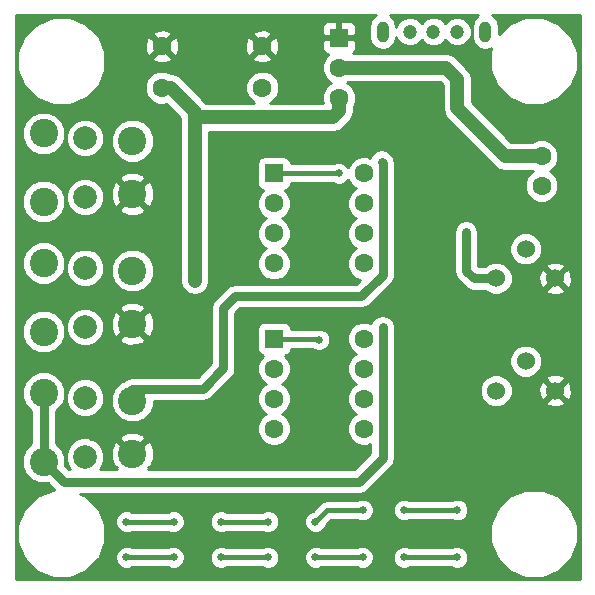
<source format=gbl>
G04 #@! TF.FileFunction,Copper,L2,Bot,Signal*
%FSLAX46Y46*%
G04 Gerber Fmt 4.6, Leading zero omitted, Abs format (unit mm)*
G04 Created by KiCad (PCBNEW 4.0.1-stable) date 2018/08/01 23:42:05*
%MOMM*%
G01*
G04 APERTURE LIST*
%ADD10C,0.100000*%
%ADD11R,1.600000X1.600000*%
%ADD12C,1.600000*%
%ADD13C,2.400000*%
%ADD14C,2.000000*%
%ADD15C,1.524000*%
%ADD16C,1.200000*%
%ADD17O,1.000000X1.800000*%
%ADD18C,0.650000*%
%ADD19C,0.400000*%
%ADD20C,1.200000*%
%ADD21C,0.800000*%
%ADD22C,0.254000*%
G04 APERTURE END LIST*
D10*
D11*
X23000000Y-28500000D03*
D12*
X23000000Y-31040000D03*
X23000000Y-33580000D03*
X23000000Y-36120000D03*
X30620000Y-36120000D03*
X30620000Y-33580000D03*
X30620000Y-31040000D03*
X30620000Y-28500000D03*
D13*
X3500000Y-11100000D03*
X3500000Y-16900000D03*
D14*
X7000000Y-11500000D03*
X7000000Y-16500000D03*
D13*
X11000000Y-11750000D03*
X11000000Y-16250000D03*
X3500000Y-33100000D03*
X3500000Y-38900000D03*
D14*
X7000000Y-33500000D03*
X7000000Y-38500000D03*
D13*
X11000000Y-33750000D03*
X11000000Y-38250000D03*
D11*
X28500000Y-3000000D03*
D12*
X28500000Y-5540000D03*
X28500000Y-8080000D03*
D11*
X23000000Y-14500000D03*
D12*
X23000000Y-17040000D03*
X23000000Y-19580000D03*
X23000000Y-22120000D03*
X30620000Y-22120000D03*
X30620000Y-19580000D03*
X30620000Y-17040000D03*
X30620000Y-14500000D03*
X13500000Y-7250000D03*
X13500000Y-3750000D03*
X22000000Y-3750000D03*
X22000000Y-7250000D03*
D13*
X3500000Y-22100000D03*
X3500000Y-27900000D03*
D14*
X7000000Y-22500000D03*
X7000000Y-27500000D03*
D13*
X11000000Y-22750000D03*
X11000000Y-27250000D03*
D12*
X45650000Y-15550000D03*
X45650000Y-13050000D03*
D15*
X44300000Y-20900000D03*
X41800000Y-23400000D03*
X46800000Y-23400000D03*
X44300000Y-30400000D03*
X41800000Y-32900000D03*
X46800000Y-32900000D03*
D16*
X38500000Y-2500000D03*
X34500000Y-2500000D03*
D17*
X32200000Y-2500000D03*
X40900000Y-2500000D03*
D16*
X36500000Y-2500000D03*
D18*
X30500000Y-43000000D03*
X34000000Y-43000000D03*
X38500000Y-43000000D03*
X38500000Y-47000000D03*
X34000000Y-47000000D03*
X30500000Y-47000000D03*
X26500000Y-47000000D03*
X22500000Y-47000000D03*
X18500000Y-47000000D03*
X14500000Y-47000000D03*
X10500000Y-47000000D03*
X10500000Y-44000000D03*
X14500000Y-44000000D03*
X18500000Y-44000000D03*
X22500000Y-44000000D03*
X26500000Y-44000000D03*
X28500000Y-14500000D03*
X26800000Y-28600000D03*
X47500000Y-39500000D03*
X43500000Y-39500000D03*
X39000000Y-39500000D03*
X35000000Y-39500000D03*
X38000000Y-25000000D03*
X42000000Y-26000000D03*
X42000000Y-29000000D03*
X38000000Y-31500000D03*
X38000000Y-28500000D03*
X28000000Y-38500000D03*
X23000000Y-38500000D03*
X18500000Y-38500000D03*
X16300000Y-23600000D03*
X39250000Y-19500000D03*
X32200000Y-27500000D03*
X32100000Y-13500000D03*
D19*
X34000000Y-43000000D02*
X38500000Y-43000000D01*
X38500000Y-47000000D02*
X34000000Y-47000000D01*
X30500000Y-47000000D02*
X26500000Y-47000000D01*
X22500000Y-47000000D02*
X18500000Y-47000000D01*
X14500000Y-47000000D02*
X10500000Y-47000000D01*
X10500000Y-44000000D02*
X14500000Y-44000000D01*
X18500000Y-44000000D02*
X22500000Y-44000000D01*
X26500000Y-44000000D02*
X27500000Y-43000000D01*
X27500000Y-43000000D02*
X30500000Y-43000000D01*
X28500000Y-14500000D02*
X23000000Y-14500000D01*
X26700000Y-28500000D02*
X23000000Y-28500000D01*
X26800000Y-28600000D02*
X26700000Y-28500000D01*
X43500000Y-39500000D02*
X47500000Y-39500000D01*
X35000000Y-39500000D02*
X39000000Y-39500000D01*
X38000000Y-25000000D02*
X39000000Y-26000000D01*
X39000000Y-26000000D02*
X42000000Y-26000000D01*
X42000000Y-29000000D02*
X39500000Y-31500000D01*
X39500000Y-31500000D02*
X38000000Y-31500000D01*
X18500000Y-38500000D02*
X23000000Y-38500000D01*
D20*
X28500000Y-8080000D02*
X28500000Y-9250000D01*
X28000000Y-9750000D02*
X16300000Y-9750000D01*
X28500000Y-9250000D02*
X28000000Y-9750000D01*
X16300000Y-23600000D02*
X16300000Y-9750000D01*
X16300000Y-9750000D02*
X16300000Y-9300000D01*
X16300000Y-9300000D02*
X14250000Y-7250000D01*
X14250000Y-7250000D02*
X13500000Y-7250000D01*
D21*
X39900000Y-23400000D02*
X41800000Y-23400000D01*
X39250000Y-22750000D02*
X39900000Y-23400000D01*
X39250000Y-19500000D02*
X39250000Y-22750000D01*
D20*
X45650000Y-13050000D02*
X42550000Y-13050000D01*
X37540000Y-5540000D02*
X28500000Y-5540000D01*
X38500000Y-6500000D02*
X37540000Y-5540000D01*
X38500000Y-9000000D02*
X38500000Y-6500000D01*
X42550000Y-13050000D02*
X38500000Y-9000000D01*
X23120000Y-22000000D02*
X23000000Y-22120000D01*
D21*
X3500000Y-38900000D02*
X3500000Y-33100000D01*
X5200000Y-40600000D02*
X3500000Y-38900000D01*
X30200000Y-40600000D02*
X5200000Y-40600000D01*
X32200000Y-38600000D02*
X30200000Y-40600000D01*
X32200000Y-27500000D02*
X32200000Y-38600000D01*
X16950000Y-32750000D02*
X11000000Y-32750000D01*
X18700000Y-31000000D02*
X16950000Y-32750000D01*
X18700000Y-25900000D02*
X18700000Y-31000000D01*
X19700000Y-24900000D02*
X18700000Y-25900000D01*
X30400000Y-24900000D02*
X19700000Y-24900000D01*
X32200000Y-23100000D02*
X30400000Y-24900000D01*
X32200000Y-13600000D02*
X32200000Y-23100000D01*
X32100000Y-13500000D02*
X32200000Y-13600000D01*
D22*
G36*
X31397434Y-1267362D02*
X31151397Y-1635582D01*
X31065000Y-2069928D01*
X31065000Y-2930072D01*
X31151397Y-3364418D01*
X31397434Y-3732638D01*
X31765654Y-3978675D01*
X32200000Y-4065072D01*
X32634346Y-3978675D01*
X33002566Y-3732638D01*
X33248603Y-3364418D01*
X33335000Y-2930072D01*
X33335000Y-2914509D01*
X33452408Y-3198657D01*
X33799515Y-3546371D01*
X34253266Y-3734785D01*
X34744579Y-3735214D01*
X35198657Y-3547592D01*
X35500221Y-3246554D01*
X35799515Y-3546371D01*
X36253266Y-3734785D01*
X36744579Y-3735214D01*
X37198657Y-3547592D01*
X37500221Y-3246554D01*
X37799515Y-3546371D01*
X38253266Y-3734785D01*
X38744579Y-3735214D01*
X39198657Y-3547592D01*
X39546371Y-3200485D01*
X39734785Y-2746734D01*
X39735214Y-2255421D01*
X39547592Y-1801343D01*
X39200485Y-1453629D01*
X38746734Y-1265215D01*
X38255421Y-1264786D01*
X37801343Y-1452408D01*
X37499779Y-1753446D01*
X37200485Y-1453629D01*
X36746734Y-1265215D01*
X36255421Y-1264786D01*
X35801343Y-1452408D01*
X35499779Y-1753446D01*
X35200485Y-1453629D01*
X34746734Y-1265215D01*
X34255421Y-1264786D01*
X33801343Y-1452408D01*
X33453629Y-1799515D01*
X33335000Y-2085205D01*
X33335000Y-2069928D01*
X33248603Y-1635582D01*
X33002566Y-1267362D01*
X32792500Y-1127000D01*
X40307500Y-1127000D01*
X40097434Y-1267362D01*
X39851397Y-1635582D01*
X39765000Y-2069928D01*
X39765000Y-2930072D01*
X39851397Y-3364418D01*
X40097434Y-3732638D01*
X40465654Y-3978675D01*
X40900000Y-4065072D01*
X41334346Y-3978675D01*
X41409372Y-3928544D01*
X41273649Y-4255402D01*
X41272355Y-5738094D01*
X41838561Y-7108418D01*
X42886068Y-8157754D01*
X44255402Y-8726351D01*
X45738094Y-8727645D01*
X47108418Y-8161439D01*
X48157754Y-7113932D01*
X48726351Y-5744598D01*
X48727645Y-4261906D01*
X48161439Y-2891582D01*
X47113932Y-1842246D01*
X45744598Y-1273649D01*
X44261906Y-1272355D01*
X42891582Y-1838561D01*
X42035000Y-2693650D01*
X42035000Y-2069928D01*
X41948603Y-1635582D01*
X41702566Y-1267362D01*
X41492500Y-1127000D01*
X48873000Y-1127000D01*
X48873000Y-48873000D01*
X1127000Y-48873000D01*
X1127000Y-45738094D01*
X1272355Y-45738094D01*
X1838561Y-47108418D01*
X2886068Y-48157754D01*
X4255402Y-48726351D01*
X5738094Y-48727645D01*
X7108418Y-48161439D01*
X8081434Y-47190118D01*
X9539833Y-47190118D01*
X9685677Y-47543086D01*
X9955493Y-47813374D01*
X10308206Y-47959833D01*
X10690118Y-47960167D01*
X10993044Y-47835000D01*
X14007574Y-47835000D01*
X14308206Y-47959833D01*
X14690118Y-47960167D01*
X15043086Y-47814323D01*
X15313374Y-47544507D01*
X15459833Y-47191794D01*
X15459834Y-47190118D01*
X17539833Y-47190118D01*
X17685677Y-47543086D01*
X17955493Y-47813374D01*
X18308206Y-47959833D01*
X18690118Y-47960167D01*
X18993044Y-47835000D01*
X22007574Y-47835000D01*
X22308206Y-47959833D01*
X22690118Y-47960167D01*
X23043086Y-47814323D01*
X23313374Y-47544507D01*
X23459833Y-47191794D01*
X23459834Y-47190118D01*
X25539833Y-47190118D01*
X25685677Y-47543086D01*
X25955493Y-47813374D01*
X26308206Y-47959833D01*
X26690118Y-47960167D01*
X26993044Y-47835000D01*
X30007574Y-47835000D01*
X30308206Y-47959833D01*
X30690118Y-47960167D01*
X31043086Y-47814323D01*
X31313374Y-47544507D01*
X31459833Y-47191794D01*
X31459834Y-47190118D01*
X33039833Y-47190118D01*
X33185677Y-47543086D01*
X33455493Y-47813374D01*
X33808206Y-47959833D01*
X34190118Y-47960167D01*
X34493044Y-47835000D01*
X38007574Y-47835000D01*
X38308206Y-47959833D01*
X38690118Y-47960167D01*
X39043086Y-47814323D01*
X39313374Y-47544507D01*
X39459833Y-47191794D01*
X39460167Y-46809882D01*
X39314323Y-46456914D01*
X39044507Y-46186626D01*
X38691794Y-46040167D01*
X38309882Y-46039833D01*
X38006956Y-46165000D01*
X34492426Y-46165000D01*
X34191794Y-46040167D01*
X33809882Y-46039833D01*
X33456914Y-46185677D01*
X33186626Y-46455493D01*
X33040167Y-46808206D01*
X33039833Y-47190118D01*
X31459834Y-47190118D01*
X31460167Y-46809882D01*
X31314323Y-46456914D01*
X31044507Y-46186626D01*
X30691794Y-46040167D01*
X30309882Y-46039833D01*
X30006956Y-46165000D01*
X26992426Y-46165000D01*
X26691794Y-46040167D01*
X26309882Y-46039833D01*
X25956914Y-46185677D01*
X25686626Y-46455493D01*
X25540167Y-46808206D01*
X25539833Y-47190118D01*
X23459834Y-47190118D01*
X23460167Y-46809882D01*
X23314323Y-46456914D01*
X23044507Y-46186626D01*
X22691794Y-46040167D01*
X22309882Y-46039833D01*
X22006956Y-46165000D01*
X18992426Y-46165000D01*
X18691794Y-46040167D01*
X18309882Y-46039833D01*
X17956914Y-46185677D01*
X17686626Y-46455493D01*
X17540167Y-46808206D01*
X17539833Y-47190118D01*
X15459834Y-47190118D01*
X15460167Y-46809882D01*
X15314323Y-46456914D01*
X15044507Y-46186626D01*
X14691794Y-46040167D01*
X14309882Y-46039833D01*
X14006956Y-46165000D01*
X10992426Y-46165000D01*
X10691794Y-46040167D01*
X10309882Y-46039833D01*
X9956914Y-46185677D01*
X9686626Y-46455493D01*
X9540167Y-46808206D01*
X9539833Y-47190118D01*
X8081434Y-47190118D01*
X8157754Y-47113932D01*
X8726351Y-45744598D01*
X8726356Y-45738094D01*
X41272355Y-45738094D01*
X41838561Y-47108418D01*
X42886068Y-48157754D01*
X44255402Y-48726351D01*
X45738094Y-48727645D01*
X47108418Y-48161439D01*
X48157754Y-47113932D01*
X48726351Y-45744598D01*
X48727645Y-44261906D01*
X48161439Y-42891582D01*
X47113932Y-41842246D01*
X45744598Y-41273649D01*
X44261906Y-41272355D01*
X42891582Y-41838561D01*
X41842246Y-42886068D01*
X41273649Y-44255402D01*
X41272355Y-45738094D01*
X8726356Y-45738094D01*
X8727645Y-44261906D01*
X8697983Y-44190118D01*
X9539833Y-44190118D01*
X9685677Y-44543086D01*
X9955493Y-44813374D01*
X10308206Y-44959833D01*
X10690118Y-44960167D01*
X10993044Y-44835000D01*
X14007574Y-44835000D01*
X14308206Y-44959833D01*
X14690118Y-44960167D01*
X15043086Y-44814323D01*
X15313374Y-44544507D01*
X15459833Y-44191794D01*
X15459834Y-44190118D01*
X17539833Y-44190118D01*
X17685677Y-44543086D01*
X17955493Y-44813374D01*
X18308206Y-44959833D01*
X18690118Y-44960167D01*
X18993044Y-44835000D01*
X22007574Y-44835000D01*
X22308206Y-44959833D01*
X22690118Y-44960167D01*
X23043086Y-44814323D01*
X23313374Y-44544507D01*
X23459833Y-44191794D01*
X23459834Y-44190118D01*
X25539833Y-44190118D01*
X25685677Y-44543086D01*
X25955493Y-44813374D01*
X26308206Y-44959833D01*
X26690118Y-44960167D01*
X27043086Y-44814323D01*
X27313374Y-44544507D01*
X27439069Y-44241799D01*
X27845868Y-43835000D01*
X30007574Y-43835000D01*
X30308206Y-43959833D01*
X30690118Y-43960167D01*
X31043086Y-43814323D01*
X31313374Y-43544507D01*
X31459833Y-43191794D01*
X31459834Y-43190118D01*
X33039833Y-43190118D01*
X33185677Y-43543086D01*
X33455493Y-43813374D01*
X33808206Y-43959833D01*
X34190118Y-43960167D01*
X34493044Y-43835000D01*
X38007574Y-43835000D01*
X38308206Y-43959833D01*
X38690118Y-43960167D01*
X39043086Y-43814323D01*
X39313374Y-43544507D01*
X39459833Y-43191794D01*
X39460167Y-42809882D01*
X39314323Y-42456914D01*
X39044507Y-42186626D01*
X38691794Y-42040167D01*
X38309882Y-42039833D01*
X38006956Y-42165000D01*
X34492426Y-42165000D01*
X34191794Y-42040167D01*
X33809882Y-42039833D01*
X33456914Y-42185677D01*
X33186626Y-42455493D01*
X33040167Y-42808206D01*
X33039833Y-43190118D01*
X31459834Y-43190118D01*
X31460167Y-42809882D01*
X31314323Y-42456914D01*
X31044507Y-42186626D01*
X30691794Y-42040167D01*
X30309882Y-42039833D01*
X30006956Y-42165000D01*
X27500000Y-42165000D01*
X27180460Y-42228560D01*
X26909566Y-42409566D01*
X26257764Y-43061368D01*
X25956914Y-43185677D01*
X25686626Y-43455493D01*
X25540167Y-43808206D01*
X25539833Y-44190118D01*
X23459834Y-44190118D01*
X23460167Y-43809882D01*
X23314323Y-43456914D01*
X23044507Y-43186626D01*
X22691794Y-43040167D01*
X22309882Y-43039833D01*
X22006956Y-43165000D01*
X18992426Y-43165000D01*
X18691794Y-43040167D01*
X18309882Y-43039833D01*
X17956914Y-43185677D01*
X17686626Y-43455493D01*
X17540167Y-43808206D01*
X17539833Y-44190118D01*
X15459834Y-44190118D01*
X15460167Y-43809882D01*
X15314323Y-43456914D01*
X15044507Y-43186626D01*
X14691794Y-43040167D01*
X14309882Y-43039833D01*
X14006956Y-43165000D01*
X10992426Y-43165000D01*
X10691794Y-43040167D01*
X10309882Y-43039833D01*
X9956914Y-43185677D01*
X9686626Y-43455493D01*
X9540167Y-43808206D01*
X9539833Y-44190118D01*
X8697983Y-44190118D01*
X8161439Y-42891582D01*
X7113932Y-41842246D01*
X6614828Y-41635000D01*
X30199995Y-41635000D01*
X30200000Y-41635001D01*
X30596077Y-41556215D01*
X30931856Y-41331856D01*
X32931853Y-39331858D01*
X32931856Y-39331856D01*
X33156215Y-38996077D01*
X33189917Y-38826648D01*
X33235001Y-38600000D01*
X33235000Y-38599995D01*
X33235000Y-33176661D01*
X40402758Y-33176661D01*
X40614990Y-33690303D01*
X41007630Y-34083629D01*
X41520900Y-34296757D01*
X42076661Y-34297242D01*
X42590303Y-34085010D01*
X42795457Y-33880213D01*
X45999392Y-33880213D01*
X46068857Y-34122397D01*
X46592302Y-34309144D01*
X47147368Y-34281362D01*
X47531143Y-34122397D01*
X47600608Y-33880213D01*
X46800000Y-33079605D01*
X45999392Y-33880213D01*
X42795457Y-33880213D01*
X42983629Y-33692370D01*
X43196757Y-33179100D01*
X43197181Y-32692302D01*
X45390856Y-32692302D01*
X45418638Y-33247368D01*
X45577603Y-33631143D01*
X45819787Y-33700608D01*
X46620395Y-32900000D01*
X46979605Y-32900000D01*
X47780213Y-33700608D01*
X48022397Y-33631143D01*
X48209144Y-33107698D01*
X48181362Y-32552632D01*
X48022397Y-32168857D01*
X47780213Y-32099392D01*
X46979605Y-32900000D01*
X46620395Y-32900000D01*
X45819787Y-32099392D01*
X45577603Y-32168857D01*
X45390856Y-32692302D01*
X43197181Y-32692302D01*
X43197242Y-32623339D01*
X42985010Y-32109697D01*
X42795432Y-31919787D01*
X45999392Y-31919787D01*
X46800000Y-32720395D01*
X47600608Y-31919787D01*
X47531143Y-31677603D01*
X47007698Y-31490856D01*
X46452632Y-31518638D01*
X46068857Y-31677603D01*
X45999392Y-31919787D01*
X42795432Y-31919787D01*
X42592370Y-31716371D01*
X42079100Y-31503243D01*
X41523339Y-31502758D01*
X41009697Y-31714990D01*
X40616371Y-32107630D01*
X40403243Y-32620900D01*
X40402758Y-33176661D01*
X33235000Y-33176661D01*
X33235000Y-30676661D01*
X42902758Y-30676661D01*
X43114990Y-31190303D01*
X43507630Y-31583629D01*
X44020900Y-31796757D01*
X44576661Y-31797242D01*
X45090303Y-31585010D01*
X45483629Y-31192370D01*
X45696757Y-30679100D01*
X45697242Y-30123339D01*
X45485010Y-29609697D01*
X45092370Y-29216371D01*
X44579100Y-29003243D01*
X44023339Y-29002758D01*
X43509697Y-29214990D01*
X43116371Y-29607630D01*
X42903243Y-30120900D01*
X42902758Y-30676661D01*
X33235000Y-30676661D01*
X33235000Y-27500000D01*
X33156215Y-27103923D01*
X32931856Y-26768144D01*
X32596077Y-26543785D01*
X32200000Y-26465000D01*
X31803923Y-26543785D01*
X31468144Y-26768144D01*
X31243785Y-27103923D01*
X31225172Y-27197495D01*
X30906691Y-27065250D01*
X30335813Y-27064752D01*
X29808200Y-27282757D01*
X29404176Y-27686077D01*
X29185250Y-28213309D01*
X29184752Y-28784187D01*
X29402757Y-29311800D01*
X29806077Y-29715824D01*
X29936215Y-29769862D01*
X29808200Y-29822757D01*
X29404176Y-30226077D01*
X29185250Y-30753309D01*
X29184752Y-31324187D01*
X29402757Y-31851800D01*
X29806077Y-32255824D01*
X29936215Y-32309862D01*
X29808200Y-32362757D01*
X29404176Y-32766077D01*
X29185250Y-33293309D01*
X29184752Y-33864187D01*
X29402757Y-34391800D01*
X29806077Y-34795824D01*
X29936215Y-34849862D01*
X29808200Y-34902757D01*
X29404176Y-35306077D01*
X29185250Y-35833309D01*
X29184752Y-36404187D01*
X29402757Y-36931800D01*
X29806077Y-37335824D01*
X30333309Y-37554750D01*
X30904187Y-37555248D01*
X31165000Y-37447482D01*
X31165000Y-38171289D01*
X29771288Y-39565000D01*
X12327404Y-39565000D01*
X12411006Y-39481398D01*
X12297177Y-39367569D01*
X12584788Y-39244435D01*
X12844707Y-38562266D01*
X12823786Y-37832557D01*
X12584788Y-37255565D01*
X12297175Y-37132430D01*
X11179605Y-38250000D01*
X11193748Y-38264143D01*
X11014143Y-38443748D01*
X11000000Y-38429605D01*
X10985858Y-38443748D01*
X10806253Y-38264143D01*
X10820395Y-38250000D01*
X9702825Y-37132430D01*
X9415212Y-37255565D01*
X9155293Y-37937734D01*
X9176214Y-38667443D01*
X9415212Y-39244435D01*
X9702823Y-39367569D01*
X9588994Y-39481398D01*
X9672596Y-39565000D01*
X8247400Y-39565000D01*
X8385278Y-39427363D01*
X8634716Y-38826648D01*
X8635284Y-38176205D01*
X8386894Y-37575057D01*
X7927363Y-37114722D01*
X7537471Y-36952825D01*
X9882430Y-36952825D01*
X11000000Y-38070395D01*
X12117570Y-36952825D01*
X11994435Y-36665212D01*
X11312266Y-36405293D01*
X10582557Y-36426214D01*
X10005565Y-36665212D01*
X9882430Y-36952825D01*
X7537471Y-36952825D01*
X7326648Y-36865284D01*
X6676205Y-36864716D01*
X6075057Y-37113106D01*
X5614722Y-37572637D01*
X5365284Y-38173352D01*
X5364716Y-38823795D01*
X5613106Y-39424943D01*
X5752918Y-39565000D01*
X5628711Y-39565000D01*
X5333400Y-39269689D01*
X5334681Y-39266605D01*
X5335318Y-38536597D01*
X5056545Y-37861914D01*
X4540801Y-37345270D01*
X4535000Y-37342861D01*
X4535000Y-34657820D01*
X4538086Y-34656545D01*
X5054730Y-34140801D01*
X5186362Y-33823795D01*
X5364716Y-33823795D01*
X5613106Y-34424943D01*
X6072637Y-34885278D01*
X6673352Y-35134716D01*
X7323795Y-35135284D01*
X7924943Y-34886894D01*
X8385278Y-34427363D01*
X8515645Y-34113403D01*
X9164682Y-34113403D01*
X9443455Y-34788086D01*
X9959199Y-35304730D01*
X10633395Y-35584681D01*
X11363403Y-35585318D01*
X12038086Y-35306545D01*
X12554730Y-34790801D01*
X12834681Y-34116605D01*
X12834970Y-33785000D01*
X16949995Y-33785000D01*
X16950000Y-33785001D01*
X17346077Y-33706215D01*
X17681856Y-33481856D01*
X19431853Y-31731858D01*
X19431856Y-31731856D01*
X19656215Y-31396077D01*
X19682225Y-31265319D01*
X19735001Y-31000000D01*
X19735000Y-30999995D01*
X19735000Y-27700000D01*
X21552560Y-27700000D01*
X21552560Y-29300000D01*
X21596838Y-29535317D01*
X21735910Y-29751441D01*
X21948110Y-29896431D01*
X22086354Y-29924426D01*
X21784176Y-30226077D01*
X21565250Y-30753309D01*
X21564752Y-31324187D01*
X21782757Y-31851800D01*
X22186077Y-32255824D01*
X22316215Y-32309862D01*
X22188200Y-32362757D01*
X21784176Y-32766077D01*
X21565250Y-33293309D01*
X21564752Y-33864187D01*
X21782757Y-34391800D01*
X22186077Y-34795824D01*
X22316215Y-34849862D01*
X22188200Y-34902757D01*
X21784176Y-35306077D01*
X21565250Y-35833309D01*
X21564752Y-36404187D01*
X21782757Y-36931800D01*
X22186077Y-37335824D01*
X22713309Y-37554750D01*
X23284187Y-37555248D01*
X23811800Y-37337243D01*
X24215824Y-36933923D01*
X24434750Y-36406691D01*
X24435248Y-35835813D01*
X24217243Y-35308200D01*
X23813923Y-34904176D01*
X23683785Y-34850138D01*
X23811800Y-34797243D01*
X24215824Y-34393923D01*
X24434750Y-33866691D01*
X24435248Y-33295813D01*
X24217243Y-32768200D01*
X23813923Y-32364176D01*
X23683785Y-32310138D01*
X23811800Y-32257243D01*
X24215824Y-31853923D01*
X24434750Y-31326691D01*
X24435248Y-30755813D01*
X24217243Y-30228200D01*
X23915312Y-29925742D01*
X24035317Y-29903162D01*
X24251441Y-29764090D01*
X24396431Y-29551890D01*
X24440352Y-29335000D01*
X26177256Y-29335000D01*
X26255493Y-29413374D01*
X26608206Y-29559833D01*
X26990118Y-29560167D01*
X27343086Y-29414323D01*
X27613374Y-29144507D01*
X27759833Y-28791794D01*
X27760167Y-28409882D01*
X27614323Y-28056914D01*
X27344507Y-27786626D01*
X26991794Y-27640167D01*
X26609882Y-27639833D01*
X26548973Y-27665000D01*
X24440854Y-27665000D01*
X24403162Y-27464683D01*
X24264090Y-27248559D01*
X24051890Y-27103569D01*
X23800000Y-27052560D01*
X22200000Y-27052560D01*
X21964683Y-27096838D01*
X21748559Y-27235910D01*
X21603569Y-27448110D01*
X21552560Y-27700000D01*
X19735000Y-27700000D01*
X19735000Y-26328712D01*
X20128711Y-25935000D01*
X30399995Y-25935000D01*
X30400000Y-25935001D01*
X30796077Y-25856215D01*
X31131856Y-25631856D01*
X32931853Y-23831858D01*
X32931856Y-23831856D01*
X33100404Y-23579605D01*
X33156215Y-23496078D01*
X33235000Y-23100000D01*
X33235000Y-22750000D01*
X38214999Y-22750000D01*
X38293785Y-23146077D01*
X38518144Y-23481856D01*
X39168142Y-24131853D01*
X39168144Y-24131856D01*
X39426870Y-24304730D01*
X39503923Y-24356215D01*
X39900000Y-24435001D01*
X39900005Y-24435000D01*
X40859260Y-24435000D01*
X41007630Y-24583629D01*
X41520900Y-24796757D01*
X42076661Y-24797242D01*
X42590303Y-24585010D01*
X42795457Y-24380213D01*
X45999392Y-24380213D01*
X46068857Y-24622397D01*
X46592302Y-24809144D01*
X47147368Y-24781362D01*
X47531143Y-24622397D01*
X47600608Y-24380213D01*
X46800000Y-23579605D01*
X45999392Y-24380213D01*
X42795457Y-24380213D01*
X42983629Y-24192370D01*
X43196757Y-23679100D01*
X43197181Y-23192302D01*
X45390856Y-23192302D01*
X45418638Y-23747368D01*
X45577603Y-24131143D01*
X45819787Y-24200608D01*
X46620395Y-23400000D01*
X46979605Y-23400000D01*
X47780213Y-24200608D01*
X48022397Y-24131143D01*
X48209144Y-23607698D01*
X48181362Y-23052632D01*
X48022397Y-22668857D01*
X47780213Y-22599392D01*
X46979605Y-23400000D01*
X46620395Y-23400000D01*
X45819787Y-22599392D01*
X45577603Y-22668857D01*
X45390856Y-23192302D01*
X43197181Y-23192302D01*
X43197242Y-23123339D01*
X42985010Y-22609697D01*
X42795432Y-22419787D01*
X45999392Y-22419787D01*
X46800000Y-23220395D01*
X47600608Y-22419787D01*
X47531143Y-22177603D01*
X47007698Y-21990856D01*
X46452632Y-22018638D01*
X46068857Y-22177603D01*
X45999392Y-22419787D01*
X42795432Y-22419787D01*
X42592370Y-22216371D01*
X42079100Y-22003243D01*
X41523339Y-22002758D01*
X41009697Y-22214990D01*
X40859425Y-22365000D01*
X40328711Y-22365000D01*
X40285000Y-22321288D01*
X40285000Y-21176661D01*
X42902758Y-21176661D01*
X43114990Y-21690303D01*
X43507630Y-22083629D01*
X44020900Y-22296757D01*
X44576661Y-22297242D01*
X45090303Y-22085010D01*
X45483629Y-21692370D01*
X45696757Y-21179100D01*
X45697242Y-20623339D01*
X45485010Y-20109697D01*
X45092370Y-19716371D01*
X44579100Y-19503243D01*
X44023339Y-19502758D01*
X43509697Y-19714990D01*
X43116371Y-20107630D01*
X42903243Y-20620900D01*
X42902758Y-21176661D01*
X40285000Y-21176661D01*
X40285000Y-19500000D01*
X40206215Y-19103923D01*
X39981856Y-18768144D01*
X39646077Y-18543785D01*
X39250000Y-18465000D01*
X38853923Y-18543785D01*
X38518144Y-18768144D01*
X38293785Y-19103923D01*
X38215000Y-19500000D01*
X38215000Y-22749995D01*
X38214999Y-22750000D01*
X33235000Y-22750000D01*
X33235000Y-13600000D01*
X33176267Y-13304730D01*
X33156215Y-13203922D01*
X33055078Y-13052560D01*
X32931856Y-12868144D01*
X32931853Y-12868142D01*
X32831856Y-12768144D01*
X32496077Y-12543785D01*
X32100000Y-12464999D01*
X31703923Y-12543785D01*
X31368144Y-12768144D01*
X31143785Y-13103923D01*
X31132802Y-13159139D01*
X30906691Y-13065250D01*
X30335813Y-13064752D01*
X29808200Y-13282757D01*
X29404176Y-13686077D01*
X29298356Y-13940919D01*
X29044507Y-13686626D01*
X28691794Y-13540167D01*
X28309882Y-13539833D01*
X28006956Y-13665000D01*
X24440854Y-13665000D01*
X24403162Y-13464683D01*
X24264090Y-13248559D01*
X24051890Y-13103569D01*
X23800000Y-13052560D01*
X22200000Y-13052560D01*
X21964683Y-13096838D01*
X21748559Y-13235910D01*
X21603569Y-13448110D01*
X21552560Y-13700000D01*
X21552560Y-15300000D01*
X21596838Y-15535317D01*
X21735910Y-15751441D01*
X21948110Y-15896431D01*
X22086354Y-15924426D01*
X21784176Y-16226077D01*
X21565250Y-16753309D01*
X21564752Y-17324187D01*
X21782757Y-17851800D01*
X22186077Y-18255824D01*
X22316215Y-18309862D01*
X22188200Y-18362757D01*
X21784176Y-18766077D01*
X21565250Y-19293309D01*
X21564752Y-19864187D01*
X21782757Y-20391800D01*
X22186077Y-20795824D01*
X22316215Y-20849862D01*
X22188200Y-20902757D01*
X21784176Y-21306077D01*
X21565250Y-21833309D01*
X21564752Y-22404187D01*
X21782757Y-22931800D01*
X22186077Y-23335824D01*
X22713309Y-23554750D01*
X23284187Y-23555248D01*
X23811800Y-23337243D01*
X24215824Y-22933923D01*
X24434750Y-22406691D01*
X24435248Y-21835813D01*
X24217243Y-21308200D01*
X23813923Y-20904176D01*
X23683785Y-20850138D01*
X23811800Y-20797243D01*
X24215824Y-20393923D01*
X24434750Y-19866691D01*
X24435248Y-19295813D01*
X24217243Y-18768200D01*
X23813923Y-18364176D01*
X23683785Y-18310138D01*
X23811800Y-18257243D01*
X24215824Y-17853923D01*
X24434750Y-17326691D01*
X24435248Y-16755813D01*
X24217243Y-16228200D01*
X23915312Y-15925742D01*
X24035317Y-15903162D01*
X24251441Y-15764090D01*
X24396431Y-15551890D01*
X24440352Y-15335000D01*
X28007574Y-15335000D01*
X28308206Y-15459833D01*
X28690118Y-15460167D01*
X29043086Y-15314323D01*
X29298464Y-15059391D01*
X29402757Y-15311800D01*
X29806077Y-15715824D01*
X29936215Y-15769862D01*
X29808200Y-15822757D01*
X29404176Y-16226077D01*
X29185250Y-16753309D01*
X29184752Y-17324187D01*
X29402757Y-17851800D01*
X29806077Y-18255824D01*
X29936215Y-18309862D01*
X29808200Y-18362757D01*
X29404176Y-18766077D01*
X29185250Y-19293309D01*
X29184752Y-19864187D01*
X29402757Y-20391800D01*
X29806077Y-20795824D01*
X29936215Y-20849862D01*
X29808200Y-20902757D01*
X29404176Y-21306077D01*
X29185250Y-21833309D01*
X29184752Y-22404187D01*
X29402757Y-22931800D01*
X29806077Y-23335824D01*
X30296728Y-23539560D01*
X29971288Y-23865000D01*
X19700005Y-23865000D01*
X19700000Y-23864999D01*
X19346489Y-23935318D01*
X19303923Y-23943785D01*
X18968144Y-24168144D01*
X18968142Y-24168147D01*
X17968144Y-25168144D01*
X17743785Y-25503923D01*
X17664999Y-25900000D01*
X17665000Y-25900005D01*
X17665000Y-30571289D01*
X16521288Y-31715000D01*
X11000000Y-31715000D01*
X10603923Y-31793785D01*
X10268144Y-32018144D01*
X10223121Y-32085527D01*
X9961914Y-32193455D01*
X9445270Y-32709199D01*
X9165319Y-33383395D01*
X9164682Y-34113403D01*
X8515645Y-34113403D01*
X8634716Y-33826648D01*
X8635284Y-33176205D01*
X8386894Y-32575057D01*
X7927363Y-32114722D01*
X7326648Y-31865284D01*
X6676205Y-31864716D01*
X6075057Y-32113106D01*
X5614722Y-32572637D01*
X5365284Y-33173352D01*
X5364716Y-33823795D01*
X5186362Y-33823795D01*
X5334681Y-33466605D01*
X5335318Y-32736597D01*
X5056545Y-32061914D01*
X4540801Y-31545270D01*
X3866605Y-31265319D01*
X3136597Y-31264682D01*
X2461914Y-31543455D01*
X1945270Y-32059199D01*
X1665319Y-32733395D01*
X1664682Y-33463403D01*
X1943455Y-34138086D01*
X2459199Y-34654730D01*
X2465000Y-34657139D01*
X2465000Y-37342180D01*
X2461914Y-37343455D01*
X1945270Y-37859199D01*
X1665319Y-38533395D01*
X1664682Y-39263403D01*
X1943455Y-39938086D01*
X2459199Y-40454730D01*
X3133395Y-40734681D01*
X3863403Y-40735318D01*
X3869208Y-40732919D01*
X4408772Y-41272483D01*
X4261906Y-41272355D01*
X2891582Y-41838561D01*
X1842246Y-42886068D01*
X1273649Y-44255402D01*
X1272355Y-45738094D01*
X1127000Y-45738094D01*
X1127000Y-28263403D01*
X1664682Y-28263403D01*
X1943455Y-28938086D01*
X2459199Y-29454730D01*
X3133395Y-29734681D01*
X3863403Y-29735318D01*
X4538086Y-29456545D01*
X5054730Y-28940801D01*
X5334681Y-28266605D01*
X5335067Y-27823795D01*
X5364716Y-27823795D01*
X5613106Y-28424943D01*
X6072637Y-28885278D01*
X6673352Y-29134716D01*
X7323795Y-29135284D01*
X7924943Y-28886894D01*
X8265256Y-28547175D01*
X9882430Y-28547175D01*
X10005565Y-28834788D01*
X10687734Y-29094707D01*
X11417443Y-29073786D01*
X11994435Y-28834788D01*
X12117570Y-28547175D01*
X11000000Y-27429605D01*
X9882430Y-28547175D01*
X8265256Y-28547175D01*
X8385278Y-28427363D01*
X8634716Y-27826648D01*
X8635284Y-27176205D01*
X8536750Y-26937734D01*
X9155293Y-26937734D01*
X9176214Y-27667443D01*
X9415212Y-28244435D01*
X9702825Y-28367570D01*
X10820395Y-27250000D01*
X11179605Y-27250000D01*
X12297175Y-28367570D01*
X12584788Y-28244435D01*
X12844707Y-27562266D01*
X12823786Y-26832557D01*
X12584788Y-26255565D01*
X12297175Y-26132430D01*
X11179605Y-27250000D01*
X10820395Y-27250000D01*
X9702825Y-26132430D01*
X9415212Y-26255565D01*
X9155293Y-26937734D01*
X8536750Y-26937734D01*
X8386894Y-26575057D01*
X7927363Y-26114722D01*
X7537471Y-25952825D01*
X9882430Y-25952825D01*
X11000000Y-27070395D01*
X12117570Y-25952825D01*
X11994435Y-25665212D01*
X11312266Y-25405293D01*
X10582557Y-25426214D01*
X10005565Y-25665212D01*
X9882430Y-25952825D01*
X7537471Y-25952825D01*
X7326648Y-25865284D01*
X6676205Y-25864716D01*
X6075057Y-26113106D01*
X5614722Y-26572637D01*
X5365284Y-27173352D01*
X5364716Y-27823795D01*
X5335067Y-27823795D01*
X5335318Y-27536597D01*
X5056545Y-26861914D01*
X4540801Y-26345270D01*
X3866605Y-26065319D01*
X3136597Y-26064682D01*
X2461914Y-26343455D01*
X1945270Y-26859199D01*
X1665319Y-27533395D01*
X1664682Y-28263403D01*
X1127000Y-28263403D01*
X1127000Y-22463403D01*
X1664682Y-22463403D01*
X1943455Y-23138086D01*
X2459199Y-23654730D01*
X3133395Y-23934681D01*
X3863403Y-23935318D01*
X4538086Y-23656545D01*
X5054730Y-23140801D01*
X5186362Y-22823795D01*
X5364716Y-22823795D01*
X5613106Y-23424943D01*
X6072637Y-23885278D01*
X6673352Y-24134716D01*
X7323795Y-24135284D01*
X7924943Y-23886894D01*
X8385278Y-23427363D01*
X8515645Y-23113403D01*
X9164682Y-23113403D01*
X9443455Y-23788086D01*
X9959199Y-24304730D01*
X10633395Y-24584681D01*
X11363403Y-24585318D01*
X12038086Y-24306545D01*
X12554730Y-23790801D01*
X12834681Y-23116605D01*
X12835318Y-22386597D01*
X12556545Y-21711914D01*
X12040801Y-21195270D01*
X11366605Y-20915319D01*
X10636597Y-20914682D01*
X9961914Y-21193455D01*
X9445270Y-21709199D01*
X9165319Y-22383395D01*
X9164682Y-23113403D01*
X8515645Y-23113403D01*
X8634716Y-22826648D01*
X8635284Y-22176205D01*
X8386894Y-21575057D01*
X7927363Y-21114722D01*
X7326648Y-20865284D01*
X6676205Y-20864716D01*
X6075057Y-21113106D01*
X5614722Y-21572637D01*
X5365284Y-22173352D01*
X5364716Y-22823795D01*
X5186362Y-22823795D01*
X5334681Y-22466605D01*
X5335318Y-21736597D01*
X5056545Y-21061914D01*
X4540801Y-20545270D01*
X3866605Y-20265319D01*
X3136597Y-20264682D01*
X2461914Y-20543455D01*
X1945270Y-21059199D01*
X1665319Y-21733395D01*
X1664682Y-22463403D01*
X1127000Y-22463403D01*
X1127000Y-17263403D01*
X1664682Y-17263403D01*
X1943455Y-17938086D01*
X2459199Y-18454730D01*
X3133395Y-18734681D01*
X3863403Y-18735318D01*
X4538086Y-18456545D01*
X5054730Y-17940801D01*
X5334681Y-17266605D01*
X5335067Y-16823795D01*
X5364716Y-16823795D01*
X5613106Y-17424943D01*
X6072637Y-17885278D01*
X6673352Y-18134716D01*
X7323795Y-18135284D01*
X7924943Y-17886894D01*
X8265256Y-17547175D01*
X9882430Y-17547175D01*
X10005565Y-17834788D01*
X10687734Y-18094707D01*
X11417443Y-18073786D01*
X11994435Y-17834788D01*
X12117570Y-17547175D01*
X11000000Y-16429605D01*
X9882430Y-17547175D01*
X8265256Y-17547175D01*
X8385278Y-17427363D01*
X8634716Y-16826648D01*
X8635284Y-16176205D01*
X8536750Y-15937734D01*
X9155293Y-15937734D01*
X9176214Y-16667443D01*
X9415212Y-17244435D01*
X9702825Y-17367570D01*
X10820395Y-16250000D01*
X11179605Y-16250000D01*
X12297175Y-17367570D01*
X12584788Y-17244435D01*
X12844707Y-16562266D01*
X12823786Y-15832557D01*
X12584788Y-15255565D01*
X12297175Y-15132430D01*
X11179605Y-16250000D01*
X10820395Y-16250000D01*
X9702825Y-15132430D01*
X9415212Y-15255565D01*
X9155293Y-15937734D01*
X8536750Y-15937734D01*
X8386894Y-15575057D01*
X7927363Y-15114722D01*
X7537471Y-14952825D01*
X9882430Y-14952825D01*
X11000000Y-16070395D01*
X12117570Y-14952825D01*
X11994435Y-14665212D01*
X11312266Y-14405293D01*
X10582557Y-14426214D01*
X10005565Y-14665212D01*
X9882430Y-14952825D01*
X7537471Y-14952825D01*
X7326648Y-14865284D01*
X6676205Y-14864716D01*
X6075057Y-15113106D01*
X5614722Y-15572637D01*
X5365284Y-16173352D01*
X5364716Y-16823795D01*
X5335067Y-16823795D01*
X5335318Y-16536597D01*
X5056545Y-15861914D01*
X4540801Y-15345270D01*
X3866605Y-15065319D01*
X3136597Y-15064682D01*
X2461914Y-15343455D01*
X1945270Y-15859199D01*
X1665319Y-16533395D01*
X1664682Y-17263403D01*
X1127000Y-17263403D01*
X1127000Y-11463403D01*
X1664682Y-11463403D01*
X1943455Y-12138086D01*
X2459199Y-12654730D01*
X3133395Y-12934681D01*
X3863403Y-12935318D01*
X4538086Y-12656545D01*
X5054730Y-12140801D01*
X5186362Y-11823795D01*
X5364716Y-11823795D01*
X5613106Y-12424943D01*
X6072637Y-12885278D01*
X6673352Y-13134716D01*
X7323795Y-13135284D01*
X7924943Y-12886894D01*
X8385278Y-12427363D01*
X8515645Y-12113403D01*
X9164682Y-12113403D01*
X9443455Y-12788086D01*
X9959199Y-13304730D01*
X10633395Y-13584681D01*
X11363403Y-13585318D01*
X12038086Y-13306545D01*
X12554730Y-12790801D01*
X12834681Y-12116605D01*
X12835318Y-11386597D01*
X12556545Y-10711914D01*
X12040801Y-10195270D01*
X11366605Y-9915319D01*
X10636597Y-9914682D01*
X9961914Y-10193455D01*
X9445270Y-10709199D01*
X9165319Y-11383395D01*
X9164682Y-12113403D01*
X8515645Y-12113403D01*
X8634716Y-11826648D01*
X8635284Y-11176205D01*
X8386894Y-10575057D01*
X7927363Y-10114722D01*
X7326648Y-9865284D01*
X6676205Y-9864716D01*
X6075057Y-10113106D01*
X5614722Y-10572637D01*
X5365284Y-11173352D01*
X5364716Y-11823795D01*
X5186362Y-11823795D01*
X5334681Y-11466605D01*
X5335318Y-10736597D01*
X5056545Y-10061914D01*
X4540801Y-9545270D01*
X3866605Y-9265319D01*
X3136597Y-9264682D01*
X2461914Y-9543455D01*
X1945270Y-10059199D01*
X1665319Y-10733395D01*
X1664682Y-11463403D01*
X1127000Y-11463403D01*
X1127000Y-5738094D01*
X1272355Y-5738094D01*
X1838561Y-7108418D01*
X2886068Y-8157754D01*
X4255402Y-8726351D01*
X5738094Y-8727645D01*
X7108418Y-8161439D01*
X7736765Y-7534187D01*
X12064752Y-7534187D01*
X12282757Y-8061800D01*
X12686077Y-8465824D01*
X13213309Y-8684750D01*
X13784187Y-8685248D01*
X13893519Y-8640073D01*
X15065000Y-9811554D01*
X15065000Y-23600000D01*
X15159009Y-24072614D01*
X15426723Y-24473277D01*
X15827386Y-24740991D01*
X16300000Y-24835000D01*
X16772614Y-24740991D01*
X17173277Y-24473277D01*
X17440991Y-24072614D01*
X17535000Y-23600000D01*
X17535000Y-10985000D01*
X28000000Y-10985000D01*
X28472614Y-10890991D01*
X28873277Y-10623277D01*
X29373277Y-10123277D01*
X29640991Y-9722614D01*
X29735000Y-9250000D01*
X29735000Y-8847742D01*
X29934750Y-8366691D01*
X29935248Y-7795813D01*
X29717243Y-7268200D01*
X29313923Y-6864176D01*
X29183785Y-6810138D01*
X29268825Y-6775000D01*
X37028446Y-6775000D01*
X37265000Y-7011554D01*
X37265000Y-9000000D01*
X37359009Y-9472614D01*
X37626723Y-9873277D01*
X41676723Y-13923277D01*
X42077386Y-14190991D01*
X42550000Y-14285000D01*
X44882258Y-14285000D01*
X44917931Y-14299813D01*
X44838200Y-14332757D01*
X44434176Y-14736077D01*
X44215250Y-15263309D01*
X44214752Y-15834187D01*
X44432757Y-16361800D01*
X44836077Y-16765824D01*
X45363309Y-16984750D01*
X45934187Y-16985248D01*
X46461800Y-16767243D01*
X46865824Y-16363923D01*
X47084750Y-15836691D01*
X47085248Y-15265813D01*
X46867243Y-14738200D01*
X46463923Y-14334176D01*
X46382069Y-14300187D01*
X46461800Y-14267243D01*
X46865824Y-13863923D01*
X47084750Y-13336691D01*
X47085248Y-12765813D01*
X46867243Y-12238200D01*
X46463923Y-11834176D01*
X45936691Y-11615250D01*
X45365813Y-11614752D01*
X44881175Y-11815000D01*
X43061554Y-11815000D01*
X39735000Y-8488446D01*
X39735000Y-6500000D01*
X39640991Y-6027386D01*
X39373277Y-5626723D01*
X38413277Y-4666723D01*
X38012614Y-4399009D01*
X37540000Y-4305000D01*
X29693026Y-4305000D01*
X29838327Y-4159698D01*
X29935000Y-3926309D01*
X29935000Y-3285750D01*
X29776250Y-3127000D01*
X28627000Y-3127000D01*
X28627000Y-3147000D01*
X28373000Y-3147000D01*
X28373000Y-3127000D01*
X27223750Y-3127000D01*
X27065000Y-3285750D01*
X27065000Y-3926309D01*
X27161673Y-4159698D01*
X27340301Y-4338327D01*
X27573690Y-4435000D01*
X27575761Y-4435000D01*
X27284176Y-4726077D01*
X27065250Y-5253309D01*
X27064752Y-5824187D01*
X27282757Y-6351800D01*
X27686077Y-6755824D01*
X27816215Y-6809862D01*
X27688200Y-6862757D01*
X27284176Y-7266077D01*
X27065250Y-7793309D01*
X27064752Y-8364187D01*
X27127067Y-8515000D01*
X22696219Y-8515000D01*
X22811800Y-8467243D01*
X23215824Y-8063923D01*
X23434750Y-7536691D01*
X23435248Y-6965813D01*
X23217243Y-6438200D01*
X22813923Y-6034176D01*
X22286691Y-5815250D01*
X21715813Y-5814752D01*
X21188200Y-6032757D01*
X20784176Y-6436077D01*
X20565250Y-6963309D01*
X20564752Y-7534187D01*
X20782757Y-8061800D01*
X21186077Y-8465824D01*
X21304506Y-8515000D01*
X17232262Y-8515000D01*
X17173277Y-8426723D01*
X15123277Y-6376723D01*
X14722614Y-6109009D01*
X14284056Y-6021774D01*
X13786691Y-5815250D01*
X13215813Y-5814752D01*
X12688200Y-6032757D01*
X12284176Y-6436077D01*
X12065250Y-6963309D01*
X12064752Y-7534187D01*
X7736765Y-7534187D01*
X8157754Y-7113932D01*
X8726351Y-5744598D01*
X8727212Y-4757745D01*
X12671861Y-4757745D01*
X12745995Y-5003864D01*
X13283223Y-5196965D01*
X13853454Y-5169778D01*
X14254005Y-5003864D01*
X14328139Y-4757745D01*
X21171861Y-4757745D01*
X21245995Y-5003864D01*
X21783223Y-5196965D01*
X22353454Y-5169778D01*
X22754005Y-5003864D01*
X22828139Y-4757745D01*
X22000000Y-3929605D01*
X21171861Y-4757745D01*
X14328139Y-4757745D01*
X13500000Y-3929605D01*
X12671861Y-4757745D01*
X8727212Y-4757745D01*
X8727645Y-4261906D01*
X8426560Y-3533223D01*
X12053035Y-3533223D01*
X12080222Y-4103454D01*
X12246136Y-4504005D01*
X12492255Y-4578139D01*
X13320395Y-3750000D01*
X13679605Y-3750000D01*
X14507745Y-4578139D01*
X14753864Y-4504005D01*
X14946965Y-3966777D01*
X14926295Y-3533223D01*
X20553035Y-3533223D01*
X20580222Y-4103454D01*
X20746136Y-4504005D01*
X20992255Y-4578139D01*
X21820395Y-3750000D01*
X22179605Y-3750000D01*
X23007745Y-4578139D01*
X23253864Y-4504005D01*
X23446965Y-3966777D01*
X23419778Y-3396546D01*
X23253864Y-2995995D01*
X23007745Y-2921861D01*
X22179605Y-3750000D01*
X21820395Y-3750000D01*
X20992255Y-2921861D01*
X20746136Y-2995995D01*
X20553035Y-3533223D01*
X14926295Y-3533223D01*
X14919778Y-3396546D01*
X14753864Y-2995995D01*
X14507745Y-2921861D01*
X13679605Y-3750000D01*
X13320395Y-3750000D01*
X12492255Y-2921861D01*
X12246136Y-2995995D01*
X12053035Y-3533223D01*
X8426560Y-3533223D01*
X8161439Y-2891582D01*
X8012373Y-2742255D01*
X12671861Y-2742255D01*
X13500000Y-3570395D01*
X14328139Y-2742255D01*
X21171861Y-2742255D01*
X22000000Y-3570395D01*
X22828139Y-2742255D01*
X22754005Y-2496136D01*
X22216777Y-2303035D01*
X21646546Y-2330222D01*
X21245995Y-2496136D01*
X21171861Y-2742255D01*
X14328139Y-2742255D01*
X14254005Y-2496136D01*
X13716777Y-2303035D01*
X13146546Y-2330222D01*
X12745995Y-2496136D01*
X12671861Y-2742255D01*
X8012373Y-2742255D01*
X7344974Y-2073691D01*
X27065000Y-2073691D01*
X27065000Y-2714250D01*
X27223750Y-2873000D01*
X28373000Y-2873000D01*
X28373000Y-1723750D01*
X28627000Y-1723750D01*
X28627000Y-2873000D01*
X29776250Y-2873000D01*
X29935000Y-2714250D01*
X29935000Y-2073691D01*
X29838327Y-1840302D01*
X29659699Y-1661673D01*
X29426310Y-1565000D01*
X28785750Y-1565000D01*
X28627000Y-1723750D01*
X28373000Y-1723750D01*
X28214250Y-1565000D01*
X27573690Y-1565000D01*
X27340301Y-1661673D01*
X27161673Y-1840302D01*
X27065000Y-2073691D01*
X7344974Y-2073691D01*
X7113932Y-1842246D01*
X5744598Y-1273649D01*
X4261906Y-1272355D01*
X2891582Y-1838561D01*
X1842246Y-2886068D01*
X1273649Y-4255402D01*
X1272355Y-5738094D01*
X1127000Y-5738094D01*
X1127000Y-1127000D01*
X31607500Y-1127000D01*
X31397434Y-1267362D01*
X31397434Y-1267362D01*
G37*
X31397434Y-1267362D02*
X31151397Y-1635582D01*
X31065000Y-2069928D01*
X31065000Y-2930072D01*
X31151397Y-3364418D01*
X31397434Y-3732638D01*
X31765654Y-3978675D01*
X32200000Y-4065072D01*
X32634346Y-3978675D01*
X33002566Y-3732638D01*
X33248603Y-3364418D01*
X33335000Y-2930072D01*
X33335000Y-2914509D01*
X33452408Y-3198657D01*
X33799515Y-3546371D01*
X34253266Y-3734785D01*
X34744579Y-3735214D01*
X35198657Y-3547592D01*
X35500221Y-3246554D01*
X35799515Y-3546371D01*
X36253266Y-3734785D01*
X36744579Y-3735214D01*
X37198657Y-3547592D01*
X37500221Y-3246554D01*
X37799515Y-3546371D01*
X38253266Y-3734785D01*
X38744579Y-3735214D01*
X39198657Y-3547592D01*
X39546371Y-3200485D01*
X39734785Y-2746734D01*
X39735214Y-2255421D01*
X39547592Y-1801343D01*
X39200485Y-1453629D01*
X38746734Y-1265215D01*
X38255421Y-1264786D01*
X37801343Y-1452408D01*
X37499779Y-1753446D01*
X37200485Y-1453629D01*
X36746734Y-1265215D01*
X36255421Y-1264786D01*
X35801343Y-1452408D01*
X35499779Y-1753446D01*
X35200485Y-1453629D01*
X34746734Y-1265215D01*
X34255421Y-1264786D01*
X33801343Y-1452408D01*
X33453629Y-1799515D01*
X33335000Y-2085205D01*
X33335000Y-2069928D01*
X33248603Y-1635582D01*
X33002566Y-1267362D01*
X32792500Y-1127000D01*
X40307500Y-1127000D01*
X40097434Y-1267362D01*
X39851397Y-1635582D01*
X39765000Y-2069928D01*
X39765000Y-2930072D01*
X39851397Y-3364418D01*
X40097434Y-3732638D01*
X40465654Y-3978675D01*
X40900000Y-4065072D01*
X41334346Y-3978675D01*
X41409372Y-3928544D01*
X41273649Y-4255402D01*
X41272355Y-5738094D01*
X41838561Y-7108418D01*
X42886068Y-8157754D01*
X44255402Y-8726351D01*
X45738094Y-8727645D01*
X47108418Y-8161439D01*
X48157754Y-7113932D01*
X48726351Y-5744598D01*
X48727645Y-4261906D01*
X48161439Y-2891582D01*
X47113932Y-1842246D01*
X45744598Y-1273649D01*
X44261906Y-1272355D01*
X42891582Y-1838561D01*
X42035000Y-2693650D01*
X42035000Y-2069928D01*
X41948603Y-1635582D01*
X41702566Y-1267362D01*
X41492500Y-1127000D01*
X48873000Y-1127000D01*
X48873000Y-48873000D01*
X1127000Y-48873000D01*
X1127000Y-45738094D01*
X1272355Y-45738094D01*
X1838561Y-47108418D01*
X2886068Y-48157754D01*
X4255402Y-48726351D01*
X5738094Y-48727645D01*
X7108418Y-48161439D01*
X8081434Y-47190118D01*
X9539833Y-47190118D01*
X9685677Y-47543086D01*
X9955493Y-47813374D01*
X10308206Y-47959833D01*
X10690118Y-47960167D01*
X10993044Y-47835000D01*
X14007574Y-47835000D01*
X14308206Y-47959833D01*
X14690118Y-47960167D01*
X15043086Y-47814323D01*
X15313374Y-47544507D01*
X15459833Y-47191794D01*
X15459834Y-47190118D01*
X17539833Y-47190118D01*
X17685677Y-47543086D01*
X17955493Y-47813374D01*
X18308206Y-47959833D01*
X18690118Y-47960167D01*
X18993044Y-47835000D01*
X22007574Y-47835000D01*
X22308206Y-47959833D01*
X22690118Y-47960167D01*
X23043086Y-47814323D01*
X23313374Y-47544507D01*
X23459833Y-47191794D01*
X23459834Y-47190118D01*
X25539833Y-47190118D01*
X25685677Y-47543086D01*
X25955493Y-47813374D01*
X26308206Y-47959833D01*
X26690118Y-47960167D01*
X26993044Y-47835000D01*
X30007574Y-47835000D01*
X30308206Y-47959833D01*
X30690118Y-47960167D01*
X31043086Y-47814323D01*
X31313374Y-47544507D01*
X31459833Y-47191794D01*
X31459834Y-47190118D01*
X33039833Y-47190118D01*
X33185677Y-47543086D01*
X33455493Y-47813374D01*
X33808206Y-47959833D01*
X34190118Y-47960167D01*
X34493044Y-47835000D01*
X38007574Y-47835000D01*
X38308206Y-47959833D01*
X38690118Y-47960167D01*
X39043086Y-47814323D01*
X39313374Y-47544507D01*
X39459833Y-47191794D01*
X39460167Y-46809882D01*
X39314323Y-46456914D01*
X39044507Y-46186626D01*
X38691794Y-46040167D01*
X38309882Y-46039833D01*
X38006956Y-46165000D01*
X34492426Y-46165000D01*
X34191794Y-46040167D01*
X33809882Y-46039833D01*
X33456914Y-46185677D01*
X33186626Y-46455493D01*
X33040167Y-46808206D01*
X33039833Y-47190118D01*
X31459834Y-47190118D01*
X31460167Y-46809882D01*
X31314323Y-46456914D01*
X31044507Y-46186626D01*
X30691794Y-46040167D01*
X30309882Y-46039833D01*
X30006956Y-46165000D01*
X26992426Y-46165000D01*
X26691794Y-46040167D01*
X26309882Y-46039833D01*
X25956914Y-46185677D01*
X25686626Y-46455493D01*
X25540167Y-46808206D01*
X25539833Y-47190118D01*
X23459834Y-47190118D01*
X23460167Y-46809882D01*
X23314323Y-46456914D01*
X23044507Y-46186626D01*
X22691794Y-46040167D01*
X22309882Y-46039833D01*
X22006956Y-46165000D01*
X18992426Y-46165000D01*
X18691794Y-46040167D01*
X18309882Y-46039833D01*
X17956914Y-46185677D01*
X17686626Y-46455493D01*
X17540167Y-46808206D01*
X17539833Y-47190118D01*
X15459834Y-47190118D01*
X15460167Y-46809882D01*
X15314323Y-46456914D01*
X15044507Y-46186626D01*
X14691794Y-46040167D01*
X14309882Y-46039833D01*
X14006956Y-46165000D01*
X10992426Y-46165000D01*
X10691794Y-46040167D01*
X10309882Y-46039833D01*
X9956914Y-46185677D01*
X9686626Y-46455493D01*
X9540167Y-46808206D01*
X9539833Y-47190118D01*
X8081434Y-47190118D01*
X8157754Y-47113932D01*
X8726351Y-45744598D01*
X8726356Y-45738094D01*
X41272355Y-45738094D01*
X41838561Y-47108418D01*
X42886068Y-48157754D01*
X44255402Y-48726351D01*
X45738094Y-48727645D01*
X47108418Y-48161439D01*
X48157754Y-47113932D01*
X48726351Y-45744598D01*
X48727645Y-44261906D01*
X48161439Y-42891582D01*
X47113932Y-41842246D01*
X45744598Y-41273649D01*
X44261906Y-41272355D01*
X42891582Y-41838561D01*
X41842246Y-42886068D01*
X41273649Y-44255402D01*
X41272355Y-45738094D01*
X8726356Y-45738094D01*
X8727645Y-44261906D01*
X8697983Y-44190118D01*
X9539833Y-44190118D01*
X9685677Y-44543086D01*
X9955493Y-44813374D01*
X10308206Y-44959833D01*
X10690118Y-44960167D01*
X10993044Y-44835000D01*
X14007574Y-44835000D01*
X14308206Y-44959833D01*
X14690118Y-44960167D01*
X15043086Y-44814323D01*
X15313374Y-44544507D01*
X15459833Y-44191794D01*
X15459834Y-44190118D01*
X17539833Y-44190118D01*
X17685677Y-44543086D01*
X17955493Y-44813374D01*
X18308206Y-44959833D01*
X18690118Y-44960167D01*
X18993044Y-44835000D01*
X22007574Y-44835000D01*
X22308206Y-44959833D01*
X22690118Y-44960167D01*
X23043086Y-44814323D01*
X23313374Y-44544507D01*
X23459833Y-44191794D01*
X23459834Y-44190118D01*
X25539833Y-44190118D01*
X25685677Y-44543086D01*
X25955493Y-44813374D01*
X26308206Y-44959833D01*
X26690118Y-44960167D01*
X27043086Y-44814323D01*
X27313374Y-44544507D01*
X27439069Y-44241799D01*
X27845868Y-43835000D01*
X30007574Y-43835000D01*
X30308206Y-43959833D01*
X30690118Y-43960167D01*
X31043086Y-43814323D01*
X31313374Y-43544507D01*
X31459833Y-43191794D01*
X31459834Y-43190118D01*
X33039833Y-43190118D01*
X33185677Y-43543086D01*
X33455493Y-43813374D01*
X33808206Y-43959833D01*
X34190118Y-43960167D01*
X34493044Y-43835000D01*
X38007574Y-43835000D01*
X38308206Y-43959833D01*
X38690118Y-43960167D01*
X39043086Y-43814323D01*
X39313374Y-43544507D01*
X39459833Y-43191794D01*
X39460167Y-42809882D01*
X39314323Y-42456914D01*
X39044507Y-42186626D01*
X38691794Y-42040167D01*
X38309882Y-42039833D01*
X38006956Y-42165000D01*
X34492426Y-42165000D01*
X34191794Y-42040167D01*
X33809882Y-42039833D01*
X33456914Y-42185677D01*
X33186626Y-42455493D01*
X33040167Y-42808206D01*
X33039833Y-43190118D01*
X31459834Y-43190118D01*
X31460167Y-42809882D01*
X31314323Y-42456914D01*
X31044507Y-42186626D01*
X30691794Y-42040167D01*
X30309882Y-42039833D01*
X30006956Y-42165000D01*
X27500000Y-42165000D01*
X27180460Y-42228560D01*
X26909566Y-42409566D01*
X26257764Y-43061368D01*
X25956914Y-43185677D01*
X25686626Y-43455493D01*
X25540167Y-43808206D01*
X25539833Y-44190118D01*
X23459834Y-44190118D01*
X23460167Y-43809882D01*
X23314323Y-43456914D01*
X23044507Y-43186626D01*
X22691794Y-43040167D01*
X22309882Y-43039833D01*
X22006956Y-43165000D01*
X18992426Y-43165000D01*
X18691794Y-43040167D01*
X18309882Y-43039833D01*
X17956914Y-43185677D01*
X17686626Y-43455493D01*
X17540167Y-43808206D01*
X17539833Y-44190118D01*
X15459834Y-44190118D01*
X15460167Y-43809882D01*
X15314323Y-43456914D01*
X15044507Y-43186626D01*
X14691794Y-43040167D01*
X14309882Y-43039833D01*
X14006956Y-43165000D01*
X10992426Y-43165000D01*
X10691794Y-43040167D01*
X10309882Y-43039833D01*
X9956914Y-43185677D01*
X9686626Y-43455493D01*
X9540167Y-43808206D01*
X9539833Y-44190118D01*
X8697983Y-44190118D01*
X8161439Y-42891582D01*
X7113932Y-41842246D01*
X6614828Y-41635000D01*
X30199995Y-41635000D01*
X30200000Y-41635001D01*
X30596077Y-41556215D01*
X30931856Y-41331856D01*
X32931853Y-39331858D01*
X32931856Y-39331856D01*
X33156215Y-38996077D01*
X33189917Y-38826648D01*
X33235001Y-38600000D01*
X33235000Y-38599995D01*
X33235000Y-33176661D01*
X40402758Y-33176661D01*
X40614990Y-33690303D01*
X41007630Y-34083629D01*
X41520900Y-34296757D01*
X42076661Y-34297242D01*
X42590303Y-34085010D01*
X42795457Y-33880213D01*
X45999392Y-33880213D01*
X46068857Y-34122397D01*
X46592302Y-34309144D01*
X47147368Y-34281362D01*
X47531143Y-34122397D01*
X47600608Y-33880213D01*
X46800000Y-33079605D01*
X45999392Y-33880213D01*
X42795457Y-33880213D01*
X42983629Y-33692370D01*
X43196757Y-33179100D01*
X43197181Y-32692302D01*
X45390856Y-32692302D01*
X45418638Y-33247368D01*
X45577603Y-33631143D01*
X45819787Y-33700608D01*
X46620395Y-32900000D01*
X46979605Y-32900000D01*
X47780213Y-33700608D01*
X48022397Y-33631143D01*
X48209144Y-33107698D01*
X48181362Y-32552632D01*
X48022397Y-32168857D01*
X47780213Y-32099392D01*
X46979605Y-32900000D01*
X46620395Y-32900000D01*
X45819787Y-32099392D01*
X45577603Y-32168857D01*
X45390856Y-32692302D01*
X43197181Y-32692302D01*
X43197242Y-32623339D01*
X42985010Y-32109697D01*
X42795432Y-31919787D01*
X45999392Y-31919787D01*
X46800000Y-32720395D01*
X47600608Y-31919787D01*
X47531143Y-31677603D01*
X47007698Y-31490856D01*
X46452632Y-31518638D01*
X46068857Y-31677603D01*
X45999392Y-31919787D01*
X42795432Y-31919787D01*
X42592370Y-31716371D01*
X42079100Y-31503243D01*
X41523339Y-31502758D01*
X41009697Y-31714990D01*
X40616371Y-32107630D01*
X40403243Y-32620900D01*
X40402758Y-33176661D01*
X33235000Y-33176661D01*
X33235000Y-30676661D01*
X42902758Y-30676661D01*
X43114990Y-31190303D01*
X43507630Y-31583629D01*
X44020900Y-31796757D01*
X44576661Y-31797242D01*
X45090303Y-31585010D01*
X45483629Y-31192370D01*
X45696757Y-30679100D01*
X45697242Y-30123339D01*
X45485010Y-29609697D01*
X45092370Y-29216371D01*
X44579100Y-29003243D01*
X44023339Y-29002758D01*
X43509697Y-29214990D01*
X43116371Y-29607630D01*
X42903243Y-30120900D01*
X42902758Y-30676661D01*
X33235000Y-30676661D01*
X33235000Y-27500000D01*
X33156215Y-27103923D01*
X32931856Y-26768144D01*
X32596077Y-26543785D01*
X32200000Y-26465000D01*
X31803923Y-26543785D01*
X31468144Y-26768144D01*
X31243785Y-27103923D01*
X31225172Y-27197495D01*
X30906691Y-27065250D01*
X30335813Y-27064752D01*
X29808200Y-27282757D01*
X29404176Y-27686077D01*
X29185250Y-28213309D01*
X29184752Y-28784187D01*
X29402757Y-29311800D01*
X29806077Y-29715824D01*
X29936215Y-29769862D01*
X29808200Y-29822757D01*
X29404176Y-30226077D01*
X29185250Y-30753309D01*
X29184752Y-31324187D01*
X29402757Y-31851800D01*
X29806077Y-32255824D01*
X29936215Y-32309862D01*
X29808200Y-32362757D01*
X29404176Y-32766077D01*
X29185250Y-33293309D01*
X29184752Y-33864187D01*
X29402757Y-34391800D01*
X29806077Y-34795824D01*
X29936215Y-34849862D01*
X29808200Y-34902757D01*
X29404176Y-35306077D01*
X29185250Y-35833309D01*
X29184752Y-36404187D01*
X29402757Y-36931800D01*
X29806077Y-37335824D01*
X30333309Y-37554750D01*
X30904187Y-37555248D01*
X31165000Y-37447482D01*
X31165000Y-38171289D01*
X29771288Y-39565000D01*
X12327404Y-39565000D01*
X12411006Y-39481398D01*
X12297177Y-39367569D01*
X12584788Y-39244435D01*
X12844707Y-38562266D01*
X12823786Y-37832557D01*
X12584788Y-37255565D01*
X12297175Y-37132430D01*
X11179605Y-38250000D01*
X11193748Y-38264143D01*
X11014143Y-38443748D01*
X11000000Y-38429605D01*
X10985858Y-38443748D01*
X10806253Y-38264143D01*
X10820395Y-38250000D01*
X9702825Y-37132430D01*
X9415212Y-37255565D01*
X9155293Y-37937734D01*
X9176214Y-38667443D01*
X9415212Y-39244435D01*
X9702823Y-39367569D01*
X9588994Y-39481398D01*
X9672596Y-39565000D01*
X8247400Y-39565000D01*
X8385278Y-39427363D01*
X8634716Y-38826648D01*
X8635284Y-38176205D01*
X8386894Y-37575057D01*
X7927363Y-37114722D01*
X7537471Y-36952825D01*
X9882430Y-36952825D01*
X11000000Y-38070395D01*
X12117570Y-36952825D01*
X11994435Y-36665212D01*
X11312266Y-36405293D01*
X10582557Y-36426214D01*
X10005565Y-36665212D01*
X9882430Y-36952825D01*
X7537471Y-36952825D01*
X7326648Y-36865284D01*
X6676205Y-36864716D01*
X6075057Y-37113106D01*
X5614722Y-37572637D01*
X5365284Y-38173352D01*
X5364716Y-38823795D01*
X5613106Y-39424943D01*
X5752918Y-39565000D01*
X5628711Y-39565000D01*
X5333400Y-39269689D01*
X5334681Y-39266605D01*
X5335318Y-38536597D01*
X5056545Y-37861914D01*
X4540801Y-37345270D01*
X4535000Y-37342861D01*
X4535000Y-34657820D01*
X4538086Y-34656545D01*
X5054730Y-34140801D01*
X5186362Y-33823795D01*
X5364716Y-33823795D01*
X5613106Y-34424943D01*
X6072637Y-34885278D01*
X6673352Y-35134716D01*
X7323795Y-35135284D01*
X7924943Y-34886894D01*
X8385278Y-34427363D01*
X8515645Y-34113403D01*
X9164682Y-34113403D01*
X9443455Y-34788086D01*
X9959199Y-35304730D01*
X10633395Y-35584681D01*
X11363403Y-35585318D01*
X12038086Y-35306545D01*
X12554730Y-34790801D01*
X12834681Y-34116605D01*
X12834970Y-33785000D01*
X16949995Y-33785000D01*
X16950000Y-33785001D01*
X17346077Y-33706215D01*
X17681856Y-33481856D01*
X19431853Y-31731858D01*
X19431856Y-31731856D01*
X19656215Y-31396077D01*
X19682225Y-31265319D01*
X19735001Y-31000000D01*
X19735000Y-30999995D01*
X19735000Y-27700000D01*
X21552560Y-27700000D01*
X21552560Y-29300000D01*
X21596838Y-29535317D01*
X21735910Y-29751441D01*
X21948110Y-29896431D01*
X22086354Y-29924426D01*
X21784176Y-30226077D01*
X21565250Y-30753309D01*
X21564752Y-31324187D01*
X21782757Y-31851800D01*
X22186077Y-32255824D01*
X22316215Y-32309862D01*
X22188200Y-32362757D01*
X21784176Y-32766077D01*
X21565250Y-33293309D01*
X21564752Y-33864187D01*
X21782757Y-34391800D01*
X22186077Y-34795824D01*
X22316215Y-34849862D01*
X22188200Y-34902757D01*
X21784176Y-35306077D01*
X21565250Y-35833309D01*
X21564752Y-36404187D01*
X21782757Y-36931800D01*
X22186077Y-37335824D01*
X22713309Y-37554750D01*
X23284187Y-37555248D01*
X23811800Y-37337243D01*
X24215824Y-36933923D01*
X24434750Y-36406691D01*
X24435248Y-35835813D01*
X24217243Y-35308200D01*
X23813923Y-34904176D01*
X23683785Y-34850138D01*
X23811800Y-34797243D01*
X24215824Y-34393923D01*
X24434750Y-33866691D01*
X24435248Y-33295813D01*
X24217243Y-32768200D01*
X23813923Y-32364176D01*
X23683785Y-32310138D01*
X23811800Y-32257243D01*
X24215824Y-31853923D01*
X24434750Y-31326691D01*
X24435248Y-30755813D01*
X24217243Y-30228200D01*
X23915312Y-29925742D01*
X24035317Y-29903162D01*
X24251441Y-29764090D01*
X24396431Y-29551890D01*
X24440352Y-29335000D01*
X26177256Y-29335000D01*
X26255493Y-29413374D01*
X26608206Y-29559833D01*
X26990118Y-29560167D01*
X27343086Y-29414323D01*
X27613374Y-29144507D01*
X27759833Y-28791794D01*
X27760167Y-28409882D01*
X27614323Y-28056914D01*
X27344507Y-27786626D01*
X26991794Y-27640167D01*
X26609882Y-27639833D01*
X26548973Y-27665000D01*
X24440854Y-27665000D01*
X24403162Y-27464683D01*
X24264090Y-27248559D01*
X24051890Y-27103569D01*
X23800000Y-27052560D01*
X22200000Y-27052560D01*
X21964683Y-27096838D01*
X21748559Y-27235910D01*
X21603569Y-27448110D01*
X21552560Y-27700000D01*
X19735000Y-27700000D01*
X19735000Y-26328712D01*
X20128711Y-25935000D01*
X30399995Y-25935000D01*
X30400000Y-25935001D01*
X30796077Y-25856215D01*
X31131856Y-25631856D01*
X32931853Y-23831858D01*
X32931856Y-23831856D01*
X33100404Y-23579605D01*
X33156215Y-23496078D01*
X33235000Y-23100000D01*
X33235000Y-22750000D01*
X38214999Y-22750000D01*
X38293785Y-23146077D01*
X38518144Y-23481856D01*
X39168142Y-24131853D01*
X39168144Y-24131856D01*
X39426870Y-24304730D01*
X39503923Y-24356215D01*
X39900000Y-24435001D01*
X39900005Y-24435000D01*
X40859260Y-24435000D01*
X41007630Y-24583629D01*
X41520900Y-24796757D01*
X42076661Y-24797242D01*
X42590303Y-24585010D01*
X42795457Y-24380213D01*
X45999392Y-24380213D01*
X46068857Y-24622397D01*
X46592302Y-24809144D01*
X47147368Y-24781362D01*
X47531143Y-24622397D01*
X47600608Y-24380213D01*
X46800000Y-23579605D01*
X45999392Y-24380213D01*
X42795457Y-24380213D01*
X42983629Y-24192370D01*
X43196757Y-23679100D01*
X43197181Y-23192302D01*
X45390856Y-23192302D01*
X45418638Y-23747368D01*
X45577603Y-24131143D01*
X45819787Y-24200608D01*
X46620395Y-23400000D01*
X46979605Y-23400000D01*
X47780213Y-24200608D01*
X48022397Y-24131143D01*
X48209144Y-23607698D01*
X48181362Y-23052632D01*
X48022397Y-22668857D01*
X47780213Y-22599392D01*
X46979605Y-23400000D01*
X46620395Y-23400000D01*
X45819787Y-22599392D01*
X45577603Y-22668857D01*
X45390856Y-23192302D01*
X43197181Y-23192302D01*
X43197242Y-23123339D01*
X42985010Y-22609697D01*
X42795432Y-22419787D01*
X45999392Y-22419787D01*
X46800000Y-23220395D01*
X47600608Y-22419787D01*
X47531143Y-22177603D01*
X47007698Y-21990856D01*
X46452632Y-22018638D01*
X46068857Y-22177603D01*
X45999392Y-22419787D01*
X42795432Y-22419787D01*
X42592370Y-22216371D01*
X42079100Y-22003243D01*
X41523339Y-22002758D01*
X41009697Y-22214990D01*
X40859425Y-22365000D01*
X40328711Y-22365000D01*
X40285000Y-22321288D01*
X40285000Y-21176661D01*
X42902758Y-21176661D01*
X43114990Y-21690303D01*
X43507630Y-22083629D01*
X44020900Y-22296757D01*
X44576661Y-22297242D01*
X45090303Y-22085010D01*
X45483629Y-21692370D01*
X45696757Y-21179100D01*
X45697242Y-20623339D01*
X45485010Y-20109697D01*
X45092370Y-19716371D01*
X44579100Y-19503243D01*
X44023339Y-19502758D01*
X43509697Y-19714990D01*
X43116371Y-20107630D01*
X42903243Y-20620900D01*
X42902758Y-21176661D01*
X40285000Y-21176661D01*
X40285000Y-19500000D01*
X40206215Y-19103923D01*
X39981856Y-18768144D01*
X39646077Y-18543785D01*
X39250000Y-18465000D01*
X38853923Y-18543785D01*
X38518144Y-18768144D01*
X38293785Y-19103923D01*
X38215000Y-19500000D01*
X38215000Y-22749995D01*
X38214999Y-22750000D01*
X33235000Y-22750000D01*
X33235000Y-13600000D01*
X33176267Y-13304730D01*
X33156215Y-13203922D01*
X33055078Y-13052560D01*
X32931856Y-12868144D01*
X32931853Y-12868142D01*
X32831856Y-12768144D01*
X32496077Y-12543785D01*
X32100000Y-12464999D01*
X31703923Y-12543785D01*
X31368144Y-12768144D01*
X31143785Y-13103923D01*
X31132802Y-13159139D01*
X30906691Y-13065250D01*
X30335813Y-13064752D01*
X29808200Y-13282757D01*
X29404176Y-13686077D01*
X29298356Y-13940919D01*
X29044507Y-13686626D01*
X28691794Y-13540167D01*
X28309882Y-13539833D01*
X28006956Y-13665000D01*
X24440854Y-13665000D01*
X24403162Y-13464683D01*
X24264090Y-13248559D01*
X24051890Y-13103569D01*
X23800000Y-13052560D01*
X22200000Y-13052560D01*
X21964683Y-13096838D01*
X21748559Y-13235910D01*
X21603569Y-13448110D01*
X21552560Y-13700000D01*
X21552560Y-15300000D01*
X21596838Y-15535317D01*
X21735910Y-15751441D01*
X21948110Y-15896431D01*
X22086354Y-15924426D01*
X21784176Y-16226077D01*
X21565250Y-16753309D01*
X21564752Y-17324187D01*
X21782757Y-17851800D01*
X22186077Y-18255824D01*
X22316215Y-18309862D01*
X22188200Y-18362757D01*
X21784176Y-18766077D01*
X21565250Y-19293309D01*
X21564752Y-19864187D01*
X21782757Y-20391800D01*
X22186077Y-20795824D01*
X22316215Y-20849862D01*
X22188200Y-20902757D01*
X21784176Y-21306077D01*
X21565250Y-21833309D01*
X21564752Y-22404187D01*
X21782757Y-22931800D01*
X22186077Y-23335824D01*
X22713309Y-23554750D01*
X23284187Y-23555248D01*
X23811800Y-23337243D01*
X24215824Y-22933923D01*
X24434750Y-22406691D01*
X24435248Y-21835813D01*
X24217243Y-21308200D01*
X23813923Y-20904176D01*
X23683785Y-20850138D01*
X23811800Y-20797243D01*
X24215824Y-20393923D01*
X24434750Y-19866691D01*
X24435248Y-19295813D01*
X24217243Y-18768200D01*
X23813923Y-18364176D01*
X23683785Y-18310138D01*
X23811800Y-18257243D01*
X24215824Y-17853923D01*
X24434750Y-17326691D01*
X24435248Y-16755813D01*
X24217243Y-16228200D01*
X23915312Y-15925742D01*
X24035317Y-15903162D01*
X24251441Y-15764090D01*
X24396431Y-15551890D01*
X24440352Y-15335000D01*
X28007574Y-15335000D01*
X28308206Y-15459833D01*
X28690118Y-15460167D01*
X29043086Y-15314323D01*
X29298464Y-15059391D01*
X29402757Y-15311800D01*
X29806077Y-15715824D01*
X29936215Y-15769862D01*
X29808200Y-15822757D01*
X29404176Y-16226077D01*
X29185250Y-16753309D01*
X29184752Y-17324187D01*
X29402757Y-17851800D01*
X29806077Y-18255824D01*
X29936215Y-18309862D01*
X29808200Y-18362757D01*
X29404176Y-18766077D01*
X29185250Y-19293309D01*
X29184752Y-19864187D01*
X29402757Y-20391800D01*
X29806077Y-20795824D01*
X29936215Y-20849862D01*
X29808200Y-20902757D01*
X29404176Y-21306077D01*
X29185250Y-21833309D01*
X29184752Y-22404187D01*
X29402757Y-22931800D01*
X29806077Y-23335824D01*
X30296728Y-23539560D01*
X29971288Y-23865000D01*
X19700005Y-23865000D01*
X19700000Y-23864999D01*
X19346489Y-23935318D01*
X19303923Y-23943785D01*
X18968144Y-24168144D01*
X18968142Y-24168147D01*
X17968144Y-25168144D01*
X17743785Y-25503923D01*
X17664999Y-25900000D01*
X17665000Y-25900005D01*
X17665000Y-30571289D01*
X16521288Y-31715000D01*
X11000000Y-31715000D01*
X10603923Y-31793785D01*
X10268144Y-32018144D01*
X10223121Y-32085527D01*
X9961914Y-32193455D01*
X9445270Y-32709199D01*
X9165319Y-33383395D01*
X9164682Y-34113403D01*
X8515645Y-34113403D01*
X8634716Y-33826648D01*
X8635284Y-33176205D01*
X8386894Y-32575057D01*
X7927363Y-32114722D01*
X7326648Y-31865284D01*
X6676205Y-31864716D01*
X6075057Y-32113106D01*
X5614722Y-32572637D01*
X5365284Y-33173352D01*
X5364716Y-33823795D01*
X5186362Y-33823795D01*
X5334681Y-33466605D01*
X5335318Y-32736597D01*
X5056545Y-32061914D01*
X4540801Y-31545270D01*
X3866605Y-31265319D01*
X3136597Y-31264682D01*
X2461914Y-31543455D01*
X1945270Y-32059199D01*
X1665319Y-32733395D01*
X1664682Y-33463403D01*
X1943455Y-34138086D01*
X2459199Y-34654730D01*
X2465000Y-34657139D01*
X2465000Y-37342180D01*
X2461914Y-37343455D01*
X1945270Y-37859199D01*
X1665319Y-38533395D01*
X1664682Y-39263403D01*
X1943455Y-39938086D01*
X2459199Y-40454730D01*
X3133395Y-40734681D01*
X3863403Y-40735318D01*
X3869208Y-40732919D01*
X4408772Y-41272483D01*
X4261906Y-41272355D01*
X2891582Y-41838561D01*
X1842246Y-42886068D01*
X1273649Y-44255402D01*
X1272355Y-45738094D01*
X1127000Y-45738094D01*
X1127000Y-28263403D01*
X1664682Y-28263403D01*
X1943455Y-28938086D01*
X2459199Y-29454730D01*
X3133395Y-29734681D01*
X3863403Y-29735318D01*
X4538086Y-29456545D01*
X5054730Y-28940801D01*
X5334681Y-28266605D01*
X5335067Y-27823795D01*
X5364716Y-27823795D01*
X5613106Y-28424943D01*
X6072637Y-28885278D01*
X6673352Y-29134716D01*
X7323795Y-29135284D01*
X7924943Y-28886894D01*
X8265256Y-28547175D01*
X9882430Y-28547175D01*
X10005565Y-28834788D01*
X10687734Y-29094707D01*
X11417443Y-29073786D01*
X11994435Y-28834788D01*
X12117570Y-28547175D01*
X11000000Y-27429605D01*
X9882430Y-28547175D01*
X8265256Y-28547175D01*
X8385278Y-28427363D01*
X8634716Y-27826648D01*
X8635284Y-27176205D01*
X8536750Y-26937734D01*
X9155293Y-26937734D01*
X9176214Y-27667443D01*
X9415212Y-28244435D01*
X9702825Y-28367570D01*
X10820395Y-27250000D01*
X11179605Y-27250000D01*
X12297175Y-28367570D01*
X12584788Y-28244435D01*
X12844707Y-27562266D01*
X12823786Y-26832557D01*
X12584788Y-26255565D01*
X12297175Y-26132430D01*
X11179605Y-27250000D01*
X10820395Y-27250000D01*
X9702825Y-26132430D01*
X9415212Y-26255565D01*
X9155293Y-26937734D01*
X8536750Y-26937734D01*
X8386894Y-26575057D01*
X7927363Y-26114722D01*
X7537471Y-25952825D01*
X9882430Y-25952825D01*
X11000000Y-27070395D01*
X12117570Y-25952825D01*
X11994435Y-25665212D01*
X11312266Y-25405293D01*
X10582557Y-25426214D01*
X10005565Y-25665212D01*
X9882430Y-25952825D01*
X7537471Y-25952825D01*
X7326648Y-25865284D01*
X6676205Y-25864716D01*
X6075057Y-26113106D01*
X5614722Y-26572637D01*
X5365284Y-27173352D01*
X5364716Y-27823795D01*
X5335067Y-27823795D01*
X5335318Y-27536597D01*
X5056545Y-26861914D01*
X4540801Y-26345270D01*
X3866605Y-26065319D01*
X3136597Y-26064682D01*
X2461914Y-26343455D01*
X1945270Y-26859199D01*
X1665319Y-27533395D01*
X1664682Y-28263403D01*
X1127000Y-28263403D01*
X1127000Y-22463403D01*
X1664682Y-22463403D01*
X1943455Y-23138086D01*
X2459199Y-23654730D01*
X3133395Y-23934681D01*
X3863403Y-23935318D01*
X4538086Y-23656545D01*
X5054730Y-23140801D01*
X5186362Y-22823795D01*
X5364716Y-22823795D01*
X5613106Y-23424943D01*
X6072637Y-23885278D01*
X6673352Y-24134716D01*
X7323795Y-24135284D01*
X7924943Y-23886894D01*
X8385278Y-23427363D01*
X8515645Y-23113403D01*
X9164682Y-23113403D01*
X9443455Y-23788086D01*
X9959199Y-24304730D01*
X10633395Y-24584681D01*
X11363403Y-24585318D01*
X12038086Y-24306545D01*
X12554730Y-23790801D01*
X12834681Y-23116605D01*
X12835318Y-22386597D01*
X12556545Y-21711914D01*
X12040801Y-21195270D01*
X11366605Y-20915319D01*
X10636597Y-20914682D01*
X9961914Y-21193455D01*
X9445270Y-21709199D01*
X9165319Y-22383395D01*
X9164682Y-23113403D01*
X8515645Y-23113403D01*
X8634716Y-22826648D01*
X8635284Y-22176205D01*
X8386894Y-21575057D01*
X7927363Y-21114722D01*
X7326648Y-20865284D01*
X6676205Y-20864716D01*
X6075057Y-21113106D01*
X5614722Y-21572637D01*
X5365284Y-22173352D01*
X5364716Y-22823795D01*
X5186362Y-22823795D01*
X5334681Y-22466605D01*
X5335318Y-21736597D01*
X5056545Y-21061914D01*
X4540801Y-20545270D01*
X3866605Y-20265319D01*
X3136597Y-20264682D01*
X2461914Y-20543455D01*
X1945270Y-21059199D01*
X1665319Y-21733395D01*
X1664682Y-22463403D01*
X1127000Y-22463403D01*
X1127000Y-17263403D01*
X1664682Y-17263403D01*
X1943455Y-17938086D01*
X2459199Y-18454730D01*
X3133395Y-18734681D01*
X3863403Y-18735318D01*
X4538086Y-18456545D01*
X5054730Y-17940801D01*
X5334681Y-17266605D01*
X5335067Y-16823795D01*
X5364716Y-16823795D01*
X5613106Y-17424943D01*
X6072637Y-17885278D01*
X6673352Y-18134716D01*
X7323795Y-18135284D01*
X7924943Y-17886894D01*
X8265256Y-17547175D01*
X9882430Y-17547175D01*
X10005565Y-17834788D01*
X10687734Y-18094707D01*
X11417443Y-18073786D01*
X11994435Y-17834788D01*
X12117570Y-17547175D01*
X11000000Y-16429605D01*
X9882430Y-17547175D01*
X8265256Y-17547175D01*
X8385278Y-17427363D01*
X8634716Y-16826648D01*
X8635284Y-16176205D01*
X8536750Y-15937734D01*
X9155293Y-15937734D01*
X9176214Y-16667443D01*
X9415212Y-17244435D01*
X9702825Y-17367570D01*
X10820395Y-16250000D01*
X11179605Y-16250000D01*
X12297175Y-17367570D01*
X12584788Y-17244435D01*
X12844707Y-16562266D01*
X12823786Y-15832557D01*
X12584788Y-15255565D01*
X12297175Y-15132430D01*
X11179605Y-16250000D01*
X10820395Y-16250000D01*
X9702825Y-15132430D01*
X9415212Y-15255565D01*
X9155293Y-15937734D01*
X8536750Y-15937734D01*
X8386894Y-15575057D01*
X7927363Y-15114722D01*
X7537471Y-14952825D01*
X9882430Y-14952825D01*
X11000000Y-16070395D01*
X12117570Y-14952825D01*
X11994435Y-14665212D01*
X11312266Y-14405293D01*
X10582557Y-14426214D01*
X10005565Y-14665212D01*
X9882430Y-14952825D01*
X7537471Y-14952825D01*
X7326648Y-14865284D01*
X6676205Y-14864716D01*
X6075057Y-15113106D01*
X5614722Y-15572637D01*
X5365284Y-16173352D01*
X5364716Y-16823795D01*
X5335067Y-16823795D01*
X5335318Y-16536597D01*
X5056545Y-15861914D01*
X4540801Y-15345270D01*
X3866605Y-15065319D01*
X3136597Y-15064682D01*
X2461914Y-15343455D01*
X1945270Y-15859199D01*
X1665319Y-16533395D01*
X1664682Y-17263403D01*
X1127000Y-17263403D01*
X1127000Y-11463403D01*
X1664682Y-11463403D01*
X1943455Y-12138086D01*
X2459199Y-12654730D01*
X3133395Y-12934681D01*
X3863403Y-12935318D01*
X4538086Y-12656545D01*
X5054730Y-12140801D01*
X5186362Y-11823795D01*
X5364716Y-11823795D01*
X5613106Y-12424943D01*
X6072637Y-12885278D01*
X6673352Y-13134716D01*
X7323795Y-13135284D01*
X7924943Y-12886894D01*
X8385278Y-12427363D01*
X8515645Y-12113403D01*
X9164682Y-12113403D01*
X9443455Y-12788086D01*
X9959199Y-13304730D01*
X10633395Y-13584681D01*
X11363403Y-13585318D01*
X12038086Y-13306545D01*
X12554730Y-12790801D01*
X12834681Y-12116605D01*
X12835318Y-11386597D01*
X12556545Y-10711914D01*
X12040801Y-10195270D01*
X11366605Y-9915319D01*
X10636597Y-9914682D01*
X9961914Y-10193455D01*
X9445270Y-10709199D01*
X9165319Y-11383395D01*
X9164682Y-12113403D01*
X8515645Y-12113403D01*
X8634716Y-11826648D01*
X8635284Y-11176205D01*
X8386894Y-10575057D01*
X7927363Y-10114722D01*
X7326648Y-9865284D01*
X6676205Y-9864716D01*
X6075057Y-10113106D01*
X5614722Y-10572637D01*
X5365284Y-11173352D01*
X5364716Y-11823795D01*
X5186362Y-11823795D01*
X5334681Y-11466605D01*
X5335318Y-10736597D01*
X5056545Y-10061914D01*
X4540801Y-9545270D01*
X3866605Y-9265319D01*
X3136597Y-9264682D01*
X2461914Y-9543455D01*
X1945270Y-10059199D01*
X1665319Y-10733395D01*
X1664682Y-11463403D01*
X1127000Y-11463403D01*
X1127000Y-5738094D01*
X1272355Y-5738094D01*
X1838561Y-7108418D01*
X2886068Y-8157754D01*
X4255402Y-8726351D01*
X5738094Y-8727645D01*
X7108418Y-8161439D01*
X7736765Y-7534187D01*
X12064752Y-7534187D01*
X12282757Y-8061800D01*
X12686077Y-8465824D01*
X13213309Y-8684750D01*
X13784187Y-8685248D01*
X13893519Y-8640073D01*
X15065000Y-9811554D01*
X15065000Y-23600000D01*
X15159009Y-24072614D01*
X15426723Y-24473277D01*
X15827386Y-24740991D01*
X16300000Y-24835000D01*
X16772614Y-24740991D01*
X17173277Y-24473277D01*
X17440991Y-24072614D01*
X17535000Y-23600000D01*
X17535000Y-10985000D01*
X28000000Y-10985000D01*
X28472614Y-10890991D01*
X28873277Y-10623277D01*
X29373277Y-10123277D01*
X29640991Y-9722614D01*
X29735000Y-9250000D01*
X29735000Y-8847742D01*
X29934750Y-8366691D01*
X29935248Y-7795813D01*
X29717243Y-7268200D01*
X29313923Y-6864176D01*
X29183785Y-6810138D01*
X29268825Y-6775000D01*
X37028446Y-6775000D01*
X37265000Y-7011554D01*
X37265000Y-9000000D01*
X37359009Y-9472614D01*
X37626723Y-9873277D01*
X41676723Y-13923277D01*
X42077386Y-14190991D01*
X42550000Y-14285000D01*
X44882258Y-14285000D01*
X44917931Y-14299813D01*
X44838200Y-14332757D01*
X44434176Y-14736077D01*
X44215250Y-15263309D01*
X44214752Y-15834187D01*
X44432757Y-16361800D01*
X44836077Y-16765824D01*
X45363309Y-16984750D01*
X45934187Y-16985248D01*
X46461800Y-16767243D01*
X46865824Y-16363923D01*
X47084750Y-15836691D01*
X47085248Y-15265813D01*
X46867243Y-14738200D01*
X46463923Y-14334176D01*
X46382069Y-14300187D01*
X46461800Y-14267243D01*
X46865824Y-13863923D01*
X47084750Y-13336691D01*
X47085248Y-12765813D01*
X46867243Y-12238200D01*
X46463923Y-11834176D01*
X45936691Y-11615250D01*
X45365813Y-11614752D01*
X44881175Y-11815000D01*
X43061554Y-11815000D01*
X39735000Y-8488446D01*
X39735000Y-6500000D01*
X39640991Y-6027386D01*
X39373277Y-5626723D01*
X38413277Y-4666723D01*
X38012614Y-4399009D01*
X37540000Y-4305000D01*
X29693026Y-4305000D01*
X29838327Y-4159698D01*
X29935000Y-3926309D01*
X29935000Y-3285750D01*
X29776250Y-3127000D01*
X28627000Y-3127000D01*
X28627000Y-3147000D01*
X28373000Y-3147000D01*
X28373000Y-3127000D01*
X27223750Y-3127000D01*
X27065000Y-3285750D01*
X27065000Y-3926309D01*
X27161673Y-4159698D01*
X27340301Y-4338327D01*
X27573690Y-4435000D01*
X27575761Y-4435000D01*
X27284176Y-4726077D01*
X27065250Y-5253309D01*
X27064752Y-5824187D01*
X27282757Y-6351800D01*
X27686077Y-6755824D01*
X27816215Y-6809862D01*
X27688200Y-6862757D01*
X27284176Y-7266077D01*
X27065250Y-7793309D01*
X27064752Y-8364187D01*
X27127067Y-8515000D01*
X22696219Y-8515000D01*
X22811800Y-8467243D01*
X23215824Y-8063923D01*
X23434750Y-7536691D01*
X23435248Y-6965813D01*
X23217243Y-6438200D01*
X22813923Y-6034176D01*
X22286691Y-5815250D01*
X21715813Y-5814752D01*
X21188200Y-6032757D01*
X20784176Y-6436077D01*
X20565250Y-6963309D01*
X20564752Y-7534187D01*
X20782757Y-8061800D01*
X21186077Y-8465824D01*
X21304506Y-8515000D01*
X17232262Y-8515000D01*
X17173277Y-8426723D01*
X15123277Y-6376723D01*
X14722614Y-6109009D01*
X14284056Y-6021774D01*
X13786691Y-5815250D01*
X13215813Y-5814752D01*
X12688200Y-6032757D01*
X12284176Y-6436077D01*
X12065250Y-6963309D01*
X12064752Y-7534187D01*
X7736765Y-7534187D01*
X8157754Y-7113932D01*
X8726351Y-5744598D01*
X8727212Y-4757745D01*
X12671861Y-4757745D01*
X12745995Y-5003864D01*
X13283223Y-5196965D01*
X13853454Y-5169778D01*
X14254005Y-5003864D01*
X14328139Y-4757745D01*
X21171861Y-4757745D01*
X21245995Y-5003864D01*
X21783223Y-5196965D01*
X22353454Y-5169778D01*
X22754005Y-5003864D01*
X22828139Y-4757745D01*
X22000000Y-3929605D01*
X21171861Y-4757745D01*
X14328139Y-4757745D01*
X13500000Y-3929605D01*
X12671861Y-4757745D01*
X8727212Y-4757745D01*
X8727645Y-4261906D01*
X8426560Y-3533223D01*
X12053035Y-3533223D01*
X12080222Y-4103454D01*
X12246136Y-4504005D01*
X12492255Y-4578139D01*
X13320395Y-3750000D01*
X13679605Y-3750000D01*
X14507745Y-4578139D01*
X14753864Y-4504005D01*
X14946965Y-3966777D01*
X14926295Y-3533223D01*
X20553035Y-3533223D01*
X20580222Y-4103454D01*
X20746136Y-4504005D01*
X20992255Y-4578139D01*
X21820395Y-3750000D01*
X22179605Y-3750000D01*
X23007745Y-4578139D01*
X23253864Y-4504005D01*
X23446965Y-3966777D01*
X23419778Y-3396546D01*
X23253864Y-2995995D01*
X23007745Y-2921861D01*
X22179605Y-3750000D01*
X21820395Y-3750000D01*
X20992255Y-2921861D01*
X20746136Y-2995995D01*
X20553035Y-3533223D01*
X14926295Y-3533223D01*
X14919778Y-3396546D01*
X14753864Y-2995995D01*
X14507745Y-2921861D01*
X13679605Y-3750000D01*
X13320395Y-3750000D01*
X12492255Y-2921861D01*
X12246136Y-2995995D01*
X12053035Y-3533223D01*
X8426560Y-3533223D01*
X8161439Y-2891582D01*
X8012373Y-2742255D01*
X12671861Y-2742255D01*
X13500000Y-3570395D01*
X14328139Y-2742255D01*
X21171861Y-2742255D01*
X22000000Y-3570395D01*
X22828139Y-2742255D01*
X22754005Y-2496136D01*
X22216777Y-2303035D01*
X21646546Y-2330222D01*
X21245995Y-2496136D01*
X21171861Y-2742255D01*
X14328139Y-2742255D01*
X14254005Y-2496136D01*
X13716777Y-2303035D01*
X13146546Y-2330222D01*
X12745995Y-2496136D01*
X12671861Y-2742255D01*
X8012373Y-2742255D01*
X7344974Y-2073691D01*
X27065000Y-2073691D01*
X27065000Y-2714250D01*
X27223750Y-2873000D01*
X28373000Y-2873000D01*
X28373000Y-1723750D01*
X28627000Y-1723750D01*
X28627000Y-2873000D01*
X29776250Y-2873000D01*
X29935000Y-2714250D01*
X29935000Y-2073691D01*
X29838327Y-1840302D01*
X29659699Y-1661673D01*
X29426310Y-1565000D01*
X28785750Y-1565000D01*
X28627000Y-1723750D01*
X28373000Y-1723750D01*
X28214250Y-1565000D01*
X27573690Y-1565000D01*
X27340301Y-1661673D01*
X27161673Y-1840302D01*
X27065000Y-2073691D01*
X7344974Y-2073691D01*
X7113932Y-1842246D01*
X5744598Y-1273649D01*
X4261906Y-1272355D01*
X2891582Y-1838561D01*
X1842246Y-2886068D01*
X1273649Y-4255402D01*
X1272355Y-5738094D01*
X1127000Y-5738094D01*
X1127000Y-1127000D01*
X31607500Y-1127000D01*
X31397434Y-1267362D01*
M02*

</source>
